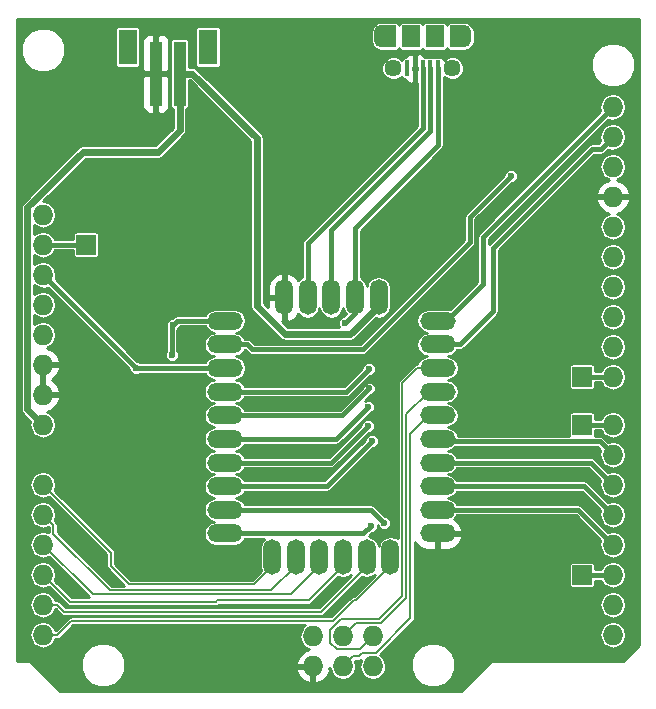
<source format=gbr>
G04 #@! TF.FileFunction,Copper,L1,Top,Signal*
%FSLAX46Y46*%
G04 Gerber Fmt 4.6, Leading zero omitted, Abs format (unit mm)*
G04 Created by KiCad (PCBNEW 4.0.4-stable) date 07/06/18 23:02:20*
%MOMM*%
%LPD*%
G01*
G04 APERTURE LIST*
%ADD10C,0.100000*%
%ADD11R,1.000000X5.500000*%
%ADD12R,1.600000X3.000000*%
%ADD13O,3.000000X1.500000*%
%ADD14O,1.500000X3.000000*%
%ADD15R,1.500000X1.900000*%
%ADD16C,1.450000*%
%ADD17R,0.400000X1.350000*%
%ADD18O,1.200000X1.900000*%
%ADD19R,1.200000X1.900000*%
%ADD20O,1.727200X1.727200*%
%ADD21R,1.700000X1.700000*%
%ADD22C,0.600000*%
%ADD23C,0.400000*%
%ADD24C,0.200000*%
%ADD25C,0.600000*%
%ADD26C,0.254000*%
G04 APERTURE END LIST*
D10*
D11*
X117920000Y-103600000D03*
X119920000Y-103600000D03*
D12*
X115520000Y-101350000D03*
X122320000Y-101350000D03*
D13*
X123770000Y-134525000D03*
X123770000Y-132525000D03*
X123770000Y-130525000D03*
X123770000Y-128525000D03*
X123770000Y-140525000D03*
X123770000Y-136525000D03*
X123770000Y-142525000D03*
X123770000Y-138525000D03*
X123770000Y-126525000D03*
X123770000Y-124525000D03*
D14*
X127770000Y-144525000D03*
X129770000Y-144525000D03*
X131770000Y-144525000D03*
X133770000Y-144525000D03*
X135770000Y-144525000D03*
X137770000Y-144525000D03*
D13*
X141770000Y-130525000D03*
X141770000Y-128525000D03*
X141770000Y-132525000D03*
X141770000Y-134525000D03*
X141770000Y-126525000D03*
X141770000Y-124525000D03*
X141770000Y-140525000D03*
X141770000Y-142525000D03*
X141770000Y-136525000D03*
X141770000Y-138525000D03*
D14*
X130770000Y-122525000D03*
X134770000Y-122525000D03*
X128770000Y-122525000D03*
X132770000Y-122525000D03*
X136770000Y-122525000D03*
D15*
X139520000Y-100450000D03*
D16*
X143020000Y-103150000D03*
D17*
X141170000Y-103150000D03*
X141820000Y-103150000D03*
X139220000Y-103150000D03*
X139870000Y-103150000D03*
X140520000Y-103150000D03*
D16*
X138020000Y-103150000D03*
D15*
X141520000Y-100450000D03*
D18*
X144020000Y-100450000D03*
X137020000Y-100450000D03*
D19*
X137620000Y-100450000D03*
X143420000Y-100450000D03*
D20*
X131220000Y-151237000D03*
X131220000Y-153777000D03*
X133760000Y-153777000D03*
X133760000Y-151237000D03*
X136300000Y-153777000D03*
X108360000Y-138410000D03*
X108360000Y-133330000D03*
X108360000Y-130790000D03*
X108360000Y-128250000D03*
X108360000Y-125710000D03*
X108360000Y-123170000D03*
X108360000Y-120630000D03*
X108360000Y-118090000D03*
X156620000Y-151110000D03*
X156620000Y-148570000D03*
X156620000Y-146030000D03*
X156620000Y-143490000D03*
X156620000Y-140950000D03*
X156620000Y-138410000D03*
X156620000Y-135870000D03*
X156620000Y-133330000D03*
X156620000Y-114026000D03*
X156620000Y-129266000D03*
X156620000Y-126726000D03*
X156620000Y-124186000D03*
X156620000Y-106406000D03*
X156620000Y-108946000D03*
X156620000Y-111486000D03*
X156620000Y-116566000D03*
X156620000Y-119106000D03*
X156620000Y-121646000D03*
X108360000Y-115550000D03*
X108360000Y-140950000D03*
X108360000Y-143490000D03*
X108360000Y-146030000D03*
X108360000Y-148570000D03*
X108360000Y-151110000D03*
X136300000Y-151237000D03*
D21*
X154000000Y-146050000D03*
X154000000Y-133330000D03*
X154000000Y-129260000D03*
X112000000Y-118090000D03*
D22*
X139728000Y-101864000D03*
X139466109Y-104786805D03*
X128745000Y-119675000D03*
X117870000Y-107350000D03*
X135920000Y-131800000D03*
X135995000Y-130250000D03*
X135945000Y-128625000D03*
X116255000Y-128525000D03*
X137245000Y-141625000D03*
X135870000Y-133425000D03*
X136120000Y-141900000D03*
X136195000Y-134700000D03*
X147970000Y-112250000D03*
X119270000Y-127450000D03*
X119370000Y-124850000D03*
X133895000Y-124725000D03*
D23*
X139870000Y-103150000D02*
X139870000Y-102006000D01*
X139870000Y-102006000D02*
X139728000Y-101864000D01*
X139766108Y-104486806D02*
X139466109Y-104786805D01*
X139870000Y-104382914D02*
X139766108Y-104486806D01*
X139870000Y-103150000D02*
X139870000Y-104382914D01*
X128770000Y-122525000D02*
X128770000Y-119700000D01*
X128770000Y-119700000D02*
X128745000Y-119675000D01*
X117920000Y-103600000D02*
X117920000Y-107300000D01*
X117920000Y-107300000D02*
X117870000Y-107350000D01*
X123770000Y-134525000D02*
X133195000Y-134525000D01*
X133195000Y-134525000D02*
X135920000Y-131800000D01*
X123770000Y-132525000D02*
X133720000Y-132525000D01*
X133720000Y-132525000D02*
X135995000Y-130250000D01*
X123770000Y-130525000D02*
X134045000Y-130525000D01*
X134045000Y-130525000D02*
X135945000Y-128625000D01*
X108360000Y-120630000D02*
X116255000Y-128525000D01*
X116255000Y-128525000D02*
X123770000Y-128525000D01*
X123770000Y-140525000D02*
X136145000Y-140525000D01*
X136145000Y-140525000D02*
X137245000Y-141625000D01*
X123770000Y-136525000D02*
X132770000Y-136525000D01*
X132770000Y-136525000D02*
X135870000Y-133425000D01*
X123770000Y-142525000D02*
X135495000Y-142525000D01*
X135495000Y-142525000D02*
X136120000Y-141900000D01*
X123770000Y-138525000D02*
X132370000Y-138525000D01*
X132370000Y-138525000D02*
X136195000Y-134700000D01*
X144495000Y-117875000D02*
X144495000Y-115725000D01*
X144495000Y-115725000D02*
X147970000Y-112250000D01*
X135420000Y-126950000D02*
X144495000Y-117875000D01*
X126095000Y-126950000D02*
X135420000Y-126950000D01*
X123770000Y-126525000D02*
X125670000Y-126525000D01*
X125670000Y-126525000D02*
X126095000Y-126950000D01*
X119270000Y-127450000D02*
X119270000Y-124950000D01*
X119270000Y-124950000D02*
X119370000Y-124850000D01*
X119370000Y-124850000D02*
X119695000Y-124525000D01*
X119695000Y-124525000D02*
X123770000Y-124525000D01*
D24*
X108360000Y-138410000D02*
X114095000Y-144145000D01*
X114095000Y-144145000D02*
X114095000Y-145275000D01*
X114095000Y-145275000D02*
X115645000Y-146825000D01*
X115645000Y-146825000D02*
X126220000Y-146825000D01*
X127770000Y-145275000D02*
X127770000Y-144525000D01*
X126220000Y-146825000D02*
X127770000Y-145275000D01*
X114020000Y-147350000D02*
X127695000Y-147350000D01*
X127695000Y-147350000D02*
X129770000Y-145275000D01*
X129770000Y-145275000D02*
X129770000Y-144525000D01*
X109223599Y-142553599D02*
X114020000Y-147350000D01*
X108360000Y-140950000D02*
X109223599Y-141813599D01*
X109223599Y-141813599D02*
X109223599Y-142553599D01*
X131770000Y-145275000D02*
X131770000Y-144525000D01*
X129344989Y-147700011D02*
X131770000Y-145275000D01*
X112570011Y-147700011D02*
X129344989Y-147700011D01*
X108360000Y-143490000D02*
X112570011Y-147700011D01*
X108360000Y-146030000D02*
X110655021Y-148325021D01*
X133770000Y-145275000D02*
X133770000Y-144525000D01*
X110655021Y-148325021D02*
X122984959Y-148325021D01*
X122984959Y-148325021D02*
X123134980Y-148175000D01*
X123134980Y-148175000D02*
X130870000Y-148175000D01*
X130870000Y-148175000D02*
X133770000Y-145275000D01*
X110161314Y-149150000D02*
X131895000Y-149150000D01*
X131895000Y-149150000D02*
X135770000Y-145275000D01*
X135770000Y-145275000D02*
X135770000Y-144525000D01*
X108360000Y-148570000D02*
X109581314Y-148570000D01*
X109581314Y-148570000D02*
X110161314Y-149150000D01*
X134678880Y-148175000D02*
X134870000Y-148175000D01*
X134870000Y-148175000D02*
X137770000Y-145275000D01*
X137770000Y-145275000D02*
X137770000Y-144525000D01*
X110766314Y-149925000D02*
X132928880Y-149925000D01*
X132928880Y-149925000D02*
X134678880Y-148175000D01*
X108360000Y-151110000D02*
X109581314Y-151110000D01*
X109581314Y-151110000D02*
X110766314Y-149925000D01*
X141020000Y-130525000D02*
X139120021Y-132424979D01*
X134873601Y-150123399D02*
X134623599Y-150373401D01*
X139120020Y-147969970D02*
X136966591Y-150123399D01*
X139120021Y-132424979D02*
X139120020Y-147969970D01*
X134623599Y-150373401D02*
X133760000Y-151237000D01*
X136966591Y-150123399D02*
X134873601Y-150123399D01*
X141770000Y-130525000D02*
X141020000Y-130525000D01*
X132646399Y-150702471D02*
X132646399Y-151771529D01*
X136821612Y-149773388D02*
X133575482Y-149773388D01*
X133575482Y-149773388D02*
X132646399Y-150702471D01*
X138770010Y-147824990D02*
X136821612Y-149773388D01*
X132646399Y-151771529D02*
X133225471Y-152350601D01*
X133225471Y-152350601D02*
X135186399Y-152350601D01*
X135186399Y-152350601D02*
X135436401Y-152100599D01*
X135436401Y-152100599D02*
X136300000Y-151237000D01*
X140070000Y-128525000D02*
X138770010Y-129824990D01*
X141770000Y-128525000D02*
X140070000Y-128525000D01*
X138770010Y-129824990D02*
X138770010Y-147824990D01*
X134623599Y-152913401D02*
X133760000Y-153777000D01*
X136521731Y-152663399D02*
X135368591Y-152663399D01*
X139470031Y-134074969D02*
X139470031Y-149715099D01*
X141020000Y-132525000D02*
X139470031Y-134074969D01*
X139470031Y-149715099D02*
X136521731Y-152663399D01*
X141770000Y-132525000D02*
X141020000Y-132525000D01*
X135118589Y-152913401D02*
X134623599Y-152913401D01*
X135368591Y-152663399D02*
X135118589Y-152913401D01*
D23*
X141770000Y-134525000D02*
X141990017Y-134745017D01*
X141990017Y-134745017D02*
X155495017Y-134745017D01*
X155495017Y-134745017D02*
X156620000Y-135870000D01*
X154845000Y-109975000D02*
X155591000Y-109975000D01*
X155591000Y-109975000D02*
X156620000Y-108946000D01*
X146470000Y-118350000D02*
X154845000Y-109975000D01*
X146470000Y-123725000D02*
X146470000Y-118350000D01*
X141770000Y-126525000D02*
X143670000Y-126525000D01*
X143670000Y-126525000D02*
X146470000Y-123725000D01*
X145620000Y-121425000D02*
X145620000Y-117406000D01*
X145620000Y-117406000D02*
X156620000Y-106406000D01*
X141770000Y-124525000D02*
X142520000Y-124525000D01*
X142520000Y-124525000D02*
X145620000Y-121425000D01*
X141770000Y-140525000D02*
X153655000Y-140525000D01*
X153655000Y-140525000D02*
X156620000Y-143490000D01*
X141770000Y-136525000D02*
X154735000Y-136525000D01*
X154735000Y-136525000D02*
X156620000Y-138410000D01*
X141770000Y-138525000D02*
X154195000Y-138525000D01*
X154195000Y-138525000D02*
X156620000Y-140950000D01*
X141820000Y-103150000D02*
X141820000Y-109660991D01*
X141820000Y-109660991D02*
X134770000Y-116710991D01*
X134770000Y-116710991D02*
X134770000Y-122525000D01*
X133895000Y-124725000D02*
X134770000Y-123850000D01*
X134770000Y-123850000D02*
X134770000Y-122525000D01*
D25*
X118095000Y-110225000D02*
X119920000Y-108400000D01*
X119920000Y-108400000D02*
X119920000Y-103600000D01*
X111740870Y-110225000D02*
X118095000Y-110225000D01*
X108360000Y-133330000D02*
X107046399Y-132016399D01*
X107046399Y-132016399D02*
X107046399Y-114919471D01*
X107046399Y-114919471D02*
X111740870Y-110225000D01*
X128870000Y-125650000D02*
X134395000Y-125650000D01*
X134395000Y-125650000D02*
X136770000Y-123275000D01*
X136770000Y-123275000D02*
X136770000Y-122525000D01*
X126495000Y-123275000D02*
X128870000Y-125650000D01*
X126495000Y-109075000D02*
X126495000Y-123275000D01*
X119920000Y-103600000D02*
X121020000Y-103600000D01*
X121020000Y-103600000D02*
X126495000Y-109075000D01*
D23*
X141170000Y-103150000D02*
X141170000Y-108461950D01*
X141170000Y-108461950D02*
X132770000Y-116861950D01*
X132770000Y-116861950D02*
X132770000Y-120625000D01*
X132770000Y-120625000D02*
X132770000Y-122525000D01*
X140520000Y-103150000D02*
X140520000Y-108202328D01*
X140520000Y-108202328D02*
X130770000Y-117952328D01*
X130770000Y-120625000D02*
X130770000Y-122525000D01*
X130770000Y-117952328D02*
X130770000Y-120625000D01*
D24*
X130770000Y-120825000D02*
X130770000Y-122525000D01*
D23*
X154000000Y-146050000D02*
X156600000Y-146050000D01*
X156600000Y-146050000D02*
X156620000Y-146030000D01*
X154000000Y-133330000D02*
X156620000Y-133330000D01*
X154000000Y-129260000D02*
X156614000Y-129260000D01*
X156614000Y-129260000D02*
X156620000Y-129266000D01*
X108360000Y-118090000D02*
X112000000Y-118090000D01*
D26*
G36*
X158808000Y-151980197D02*
X157490196Y-153298000D01*
X146460000Y-153298000D01*
X146325295Y-153324794D01*
X146211098Y-153401098D01*
X146211096Y-153401101D01*
X143774196Y-155838000D01*
X109775803Y-155838000D01*
X107959524Y-154021720D01*
X111562675Y-154021720D01*
X111847829Y-154711846D01*
X112375376Y-155240316D01*
X113065004Y-155526674D01*
X113811720Y-155527325D01*
X114501846Y-155242171D01*
X115030316Y-154714624D01*
X115270569Y-154136027D01*
X129765032Y-154136027D01*
X130013179Y-154665490D01*
X130445053Y-155059688D01*
X130860974Y-155231958D01*
X131093000Y-155110817D01*
X131093000Y-153904000D01*
X129885531Y-153904000D01*
X129765032Y-154136027D01*
X115270569Y-154136027D01*
X115316674Y-154024996D01*
X115317325Y-153278280D01*
X115032171Y-152588154D01*
X114504624Y-152059684D01*
X113814996Y-151773326D01*
X113068280Y-151772675D01*
X112378154Y-152057829D01*
X111849684Y-152585376D01*
X111563326Y-153275004D01*
X111562675Y-154021720D01*
X107959524Y-154021720D01*
X107338902Y-153401098D01*
X107224705Y-153324794D01*
X107090000Y-153297999D01*
X107089995Y-153298000D01*
X106172000Y-153298000D01*
X106172000Y-114919471D01*
X106469398Y-114919471D01*
X106469399Y-114919476D01*
X106469399Y-132016394D01*
X106469398Y-132016399D01*
X106513321Y-132237207D01*
X106638398Y-132424400D01*
X107269547Y-133055548D01*
X107219400Y-133307654D01*
X107219400Y-133352346D01*
X107306223Y-133788835D01*
X107553474Y-134158872D01*
X107923511Y-134406123D01*
X108360000Y-134492946D01*
X108796489Y-134406123D01*
X109166526Y-134158872D01*
X109413777Y-133788835D01*
X109500600Y-133352346D01*
X109500600Y-133307654D01*
X109413777Y-132871165D01*
X109166526Y-132501128D01*
X108796489Y-132253877D01*
X108729610Y-132240574D01*
X109134947Y-132072688D01*
X109566821Y-131678490D01*
X109814968Y-131149027D01*
X109694469Y-130917000D01*
X108487000Y-130917000D01*
X108487000Y-130937000D01*
X108233000Y-130937000D01*
X108233000Y-130917000D01*
X108213000Y-130917000D01*
X108213000Y-130663000D01*
X108233000Y-130663000D01*
X108233000Y-128377000D01*
X108487000Y-128377000D01*
X108487000Y-130663000D01*
X109694469Y-130663000D01*
X109814968Y-130430973D01*
X109566821Y-129901510D01*
X109148848Y-129520000D01*
X109566821Y-129138490D01*
X109814968Y-128609027D01*
X109694469Y-128377000D01*
X108487000Y-128377000D01*
X108233000Y-128377000D01*
X108213000Y-128377000D01*
X108213000Y-128123000D01*
X108233000Y-128123000D01*
X108233000Y-128103000D01*
X108487000Y-128103000D01*
X108487000Y-128123000D01*
X109694469Y-128123000D01*
X109814968Y-127890973D01*
X109566821Y-127361510D01*
X109134947Y-126967312D01*
X108729610Y-126799426D01*
X108796489Y-126786123D01*
X109166526Y-126538872D01*
X109413777Y-126168835D01*
X109500600Y-125732346D01*
X109500600Y-125687654D01*
X109413777Y-125251165D01*
X109166526Y-124881128D01*
X108796489Y-124633877D01*
X108360000Y-124547054D01*
X107923511Y-124633877D01*
X107623399Y-124834406D01*
X107623399Y-124045594D01*
X107923511Y-124246123D01*
X108360000Y-124332946D01*
X108796489Y-124246123D01*
X109166526Y-123998872D01*
X109413777Y-123628835D01*
X109500600Y-123192346D01*
X109500600Y-123147654D01*
X109413777Y-122711165D01*
X109166526Y-122341128D01*
X108796489Y-122093877D01*
X108360000Y-122007054D01*
X107923511Y-122093877D01*
X107623399Y-122294406D01*
X107623399Y-121505594D01*
X107923511Y-121706123D01*
X108360000Y-121792946D01*
X108767341Y-121711921D01*
X115677915Y-128622495D01*
X115677900Y-128639269D01*
X115765558Y-128851417D01*
X115927729Y-129013871D01*
X116139724Y-129101900D01*
X116369269Y-129102100D01*
X116581417Y-129014442D01*
X116593881Y-129002000D01*
X122092479Y-129002000D01*
X122258988Y-129251199D01*
X122592171Y-129473824D01*
X122849449Y-129525000D01*
X122592171Y-129576176D01*
X122258988Y-129798801D01*
X122036363Y-130131984D01*
X121958187Y-130525000D01*
X122036363Y-130918016D01*
X122258988Y-131251199D01*
X122592171Y-131473824D01*
X122849449Y-131525000D01*
X122592171Y-131576176D01*
X122258988Y-131798801D01*
X122036363Y-132131984D01*
X121958187Y-132525000D01*
X122036363Y-132918016D01*
X122258988Y-133251199D01*
X122592171Y-133473824D01*
X122849449Y-133525000D01*
X122592171Y-133576176D01*
X122258988Y-133798801D01*
X122036363Y-134131984D01*
X121958187Y-134525000D01*
X122036363Y-134918016D01*
X122258988Y-135251199D01*
X122592171Y-135473824D01*
X122849449Y-135525000D01*
X122592171Y-135576176D01*
X122258988Y-135798801D01*
X122036363Y-136131984D01*
X121958187Y-136525000D01*
X122036363Y-136918016D01*
X122258988Y-137251199D01*
X122592171Y-137473824D01*
X122849449Y-137525000D01*
X122592171Y-137576176D01*
X122258988Y-137798801D01*
X122036363Y-138131984D01*
X121958187Y-138525000D01*
X122036363Y-138918016D01*
X122258988Y-139251199D01*
X122592171Y-139473824D01*
X122849449Y-139525000D01*
X122592171Y-139576176D01*
X122258988Y-139798801D01*
X122036363Y-140131984D01*
X121958187Y-140525000D01*
X122036363Y-140918016D01*
X122258988Y-141251199D01*
X122592171Y-141473824D01*
X122849449Y-141525000D01*
X122592171Y-141576176D01*
X122258988Y-141798801D01*
X122036363Y-142131984D01*
X121958187Y-142525000D01*
X122036363Y-142918016D01*
X122258988Y-143251199D01*
X122592171Y-143473824D01*
X122985187Y-143552000D01*
X124554813Y-143552000D01*
X124947829Y-143473824D01*
X125281012Y-143251199D01*
X125447521Y-143002000D01*
X127061742Y-143002000D01*
X127043801Y-143013988D01*
X126821176Y-143347171D01*
X126743000Y-143740187D01*
X126743000Y-145309813D01*
X126819158Y-145692684D01*
X126063842Y-146448000D01*
X115801158Y-146448000D01*
X114472000Y-145118842D01*
X114472000Y-144145000D01*
X114443303Y-144000728D01*
X114361579Y-143878421D01*
X109389030Y-138905872D01*
X109413777Y-138868835D01*
X109500600Y-138432346D01*
X109500600Y-138387654D01*
X109413777Y-137951165D01*
X109166526Y-137581128D01*
X108796489Y-137333877D01*
X108360000Y-137247054D01*
X107923511Y-137333877D01*
X107553474Y-137581128D01*
X107306223Y-137951165D01*
X107219400Y-138387654D01*
X107219400Y-138432346D01*
X107306223Y-138868835D01*
X107553474Y-139238872D01*
X107923511Y-139486123D01*
X108360000Y-139572946D01*
X108796489Y-139486123D01*
X108860317Y-139443475D01*
X113718000Y-144301158D01*
X113718000Y-145275000D01*
X113746697Y-145419272D01*
X113828421Y-145541579D01*
X115259842Y-146973000D01*
X114176159Y-146973000D01*
X109600599Y-142397441D01*
X109600599Y-141813599D01*
X109571902Y-141669327D01*
X109490178Y-141547019D01*
X109389030Y-141445871D01*
X109413777Y-141408835D01*
X109500600Y-140972346D01*
X109500600Y-140927654D01*
X109413777Y-140491165D01*
X109166526Y-140121128D01*
X108796489Y-139873877D01*
X108360000Y-139787054D01*
X107923511Y-139873877D01*
X107553474Y-140121128D01*
X107306223Y-140491165D01*
X107219400Y-140927654D01*
X107219400Y-140972346D01*
X107306223Y-141408835D01*
X107553474Y-141778872D01*
X107923511Y-142026123D01*
X108360000Y-142112946D01*
X108796489Y-142026123D01*
X108846599Y-141992641D01*
X108846599Y-142447359D01*
X108796489Y-142413877D01*
X108360000Y-142327054D01*
X107923511Y-142413877D01*
X107553474Y-142661128D01*
X107306223Y-143031165D01*
X107219400Y-143467654D01*
X107219400Y-143512346D01*
X107306223Y-143948835D01*
X107553474Y-144318872D01*
X107923511Y-144566123D01*
X108360000Y-144652946D01*
X108796489Y-144566123D01*
X108860317Y-144523475D01*
X112284862Y-147948021D01*
X110811179Y-147948021D01*
X109389030Y-146525872D01*
X109413777Y-146488835D01*
X109500600Y-146052346D01*
X109500600Y-146007654D01*
X109413777Y-145571165D01*
X109166526Y-145201128D01*
X108796489Y-144953877D01*
X108360000Y-144867054D01*
X107923511Y-144953877D01*
X107553474Y-145201128D01*
X107306223Y-145571165D01*
X107219400Y-146007654D01*
X107219400Y-146052346D01*
X107306223Y-146488835D01*
X107553474Y-146858872D01*
X107923511Y-147106123D01*
X108360000Y-147192946D01*
X108796489Y-147106123D01*
X108860317Y-147063475D01*
X110388442Y-148591600D01*
X110510749Y-148673324D01*
X110655021Y-148702021D01*
X122984959Y-148702021D01*
X123129231Y-148673324D01*
X123251538Y-148591600D01*
X123291138Y-148552000D01*
X130870000Y-148552000D01*
X131014272Y-148523303D01*
X131136579Y-148441579D01*
X133342537Y-146235621D01*
X133376984Y-146258637D01*
X133770000Y-146336813D01*
X134163016Y-146258637D01*
X134434812Y-146077029D01*
X131738842Y-148773000D01*
X110317472Y-148773000D01*
X109847893Y-148303421D01*
X109725586Y-148221697D01*
X109581314Y-148193000D01*
X109430055Y-148193000D01*
X109413777Y-148111165D01*
X109166526Y-147741128D01*
X108796489Y-147493877D01*
X108360000Y-147407054D01*
X107923511Y-147493877D01*
X107553474Y-147741128D01*
X107306223Y-148111165D01*
X107219400Y-148547654D01*
X107219400Y-148592346D01*
X107306223Y-149028835D01*
X107553474Y-149398872D01*
X107923511Y-149646123D01*
X108360000Y-149732946D01*
X108796489Y-149646123D01*
X109166526Y-149398872D01*
X109413777Y-149028835D01*
X109429242Y-148951086D01*
X109894735Y-149416579D01*
X110017042Y-149498303D01*
X110161314Y-149527000D01*
X131895000Y-149527000D01*
X132039272Y-149498303D01*
X132161579Y-149416579D01*
X135342538Y-146235621D01*
X135376984Y-146258637D01*
X135770000Y-146336813D01*
X136163016Y-146258637D01*
X136434813Y-146077029D01*
X134713842Y-147798000D01*
X134678880Y-147798000D01*
X134534608Y-147826697D01*
X134412301Y-147908421D01*
X132772722Y-149548000D01*
X110766314Y-149548000D01*
X110622042Y-149576697D01*
X110499735Y-149658421D01*
X109429242Y-150728914D01*
X109413777Y-150651165D01*
X109166526Y-150281128D01*
X108796489Y-150033877D01*
X108360000Y-149947054D01*
X107923511Y-150033877D01*
X107553474Y-150281128D01*
X107306223Y-150651165D01*
X107219400Y-151087654D01*
X107219400Y-151132346D01*
X107306223Y-151568835D01*
X107553474Y-151938872D01*
X107923511Y-152186123D01*
X108360000Y-152272946D01*
X108796489Y-152186123D01*
X109166526Y-151938872D01*
X109413777Y-151568835D01*
X109430055Y-151487000D01*
X109581314Y-151487000D01*
X109725586Y-151458303D01*
X109847893Y-151376579D01*
X110922472Y-150302000D01*
X130572306Y-150302000D01*
X130413474Y-150408128D01*
X130166223Y-150778165D01*
X130079400Y-151214654D01*
X130079400Y-151259346D01*
X130166223Y-151695835D01*
X130413474Y-152065872D01*
X130783511Y-152313123D01*
X130850390Y-152326426D01*
X130445053Y-152494312D01*
X130013179Y-152888510D01*
X129765032Y-153417973D01*
X129885531Y-153650000D01*
X131093000Y-153650000D01*
X131093000Y-153630000D01*
X131347000Y-153630000D01*
X131347000Y-153650000D01*
X131367000Y-153650000D01*
X131367000Y-153904000D01*
X131347000Y-153904000D01*
X131347000Y-155110817D01*
X131579026Y-155231958D01*
X131994947Y-155059688D01*
X132426821Y-154665490D01*
X132674968Y-154136027D01*
X132554470Y-153904002D01*
X132640217Y-153904002D01*
X132706223Y-154235835D01*
X132953474Y-154605872D01*
X133323511Y-154853123D01*
X133760000Y-154939946D01*
X134196489Y-154853123D01*
X134566526Y-154605872D01*
X134813777Y-154235835D01*
X134900600Y-153799346D01*
X134900600Y-153754654D01*
X134813777Y-153318165D01*
X134795226Y-153290401D01*
X135118589Y-153290401D01*
X135262861Y-153261704D01*
X135300958Y-153236248D01*
X135246223Y-153318165D01*
X135159400Y-153754654D01*
X135159400Y-153799346D01*
X135246223Y-154235835D01*
X135493474Y-154605872D01*
X135863511Y-154853123D01*
X136300000Y-154939946D01*
X136736489Y-154853123D01*
X137106526Y-154605872D01*
X137353777Y-154235835D01*
X137396367Y-154021720D01*
X139502675Y-154021720D01*
X139787829Y-154711846D01*
X140315376Y-155240316D01*
X141005004Y-155526674D01*
X141751720Y-155527325D01*
X142441846Y-155242171D01*
X142970316Y-154714624D01*
X143256674Y-154024996D01*
X143257325Y-153278280D01*
X142972171Y-152588154D01*
X142444624Y-152059684D01*
X141754996Y-151773326D01*
X141008280Y-151772675D01*
X140318154Y-152057829D01*
X139789684Y-152585376D01*
X139503326Y-153275004D01*
X139502675Y-154021720D01*
X137396367Y-154021720D01*
X137440600Y-153799346D01*
X137440600Y-153754654D01*
X137353777Y-153318165D01*
X137106526Y-152948128D01*
X136904889Y-152813399D01*
X138630634Y-151087654D01*
X155479400Y-151087654D01*
X155479400Y-151132346D01*
X155566223Y-151568835D01*
X155813474Y-151938872D01*
X156183511Y-152186123D01*
X156620000Y-152272946D01*
X157056489Y-152186123D01*
X157426526Y-151938872D01*
X157673777Y-151568835D01*
X157760600Y-151132346D01*
X157760600Y-151087654D01*
X157673777Y-150651165D01*
X157426526Y-150281128D01*
X157056489Y-150033877D01*
X156620000Y-149947054D01*
X156183511Y-150033877D01*
X155813474Y-150281128D01*
X155566223Y-150651165D01*
X155479400Y-151087654D01*
X138630634Y-151087654D01*
X139736610Y-149981678D01*
X139818334Y-149859371D01*
X139847031Y-149715099D01*
X139847031Y-148547654D01*
X155479400Y-148547654D01*
X155479400Y-148592346D01*
X155566223Y-149028835D01*
X155813474Y-149398872D01*
X156183511Y-149646123D01*
X156620000Y-149732946D01*
X157056489Y-149646123D01*
X157426526Y-149398872D01*
X157673777Y-149028835D01*
X157760600Y-148592346D01*
X157760600Y-148547654D01*
X157673777Y-148111165D01*
X157426526Y-147741128D01*
X157056489Y-147493877D01*
X156620000Y-147407054D01*
X156183511Y-147493877D01*
X155813474Y-147741128D01*
X155566223Y-148111165D01*
X155479400Y-148547654D01*
X139847031Y-148547654D01*
X139847031Y-145200000D01*
X152867574Y-145200000D01*
X152867574Y-146900000D01*
X152886889Y-147002650D01*
X152947555Y-147096927D01*
X153040120Y-147160175D01*
X153150000Y-147182426D01*
X154850000Y-147182426D01*
X154952650Y-147163111D01*
X155046927Y-147102445D01*
X155110175Y-147009880D01*
X155132426Y-146900000D01*
X155132426Y-146527000D01*
X155591724Y-146527000D01*
X155813474Y-146858872D01*
X156183511Y-147106123D01*
X156620000Y-147192946D01*
X157056489Y-147106123D01*
X157426526Y-146858872D01*
X157673777Y-146488835D01*
X157760600Y-146052346D01*
X157760600Y-146007654D01*
X157673777Y-145571165D01*
X157426526Y-145201128D01*
X157056489Y-144953877D01*
X156620000Y-144867054D01*
X156183511Y-144953877D01*
X155813474Y-145201128D01*
X155566223Y-145571165D01*
X155565858Y-145573000D01*
X155132426Y-145573000D01*
X155132426Y-145200000D01*
X155113111Y-145097350D01*
X155052445Y-145003073D01*
X154959880Y-144939825D01*
X154850000Y-144917574D01*
X153150000Y-144917574D01*
X153047350Y-144936889D01*
X152953073Y-144997555D01*
X152889825Y-145090120D01*
X152867574Y-145200000D01*
X139847031Y-145200000D01*
X139847031Y-143223406D01*
X139950855Y-143414540D01*
X140372651Y-143755972D01*
X140893000Y-143910000D01*
X141643000Y-143910000D01*
X141643000Y-142652000D01*
X141897000Y-142652000D01*
X141897000Y-143910000D01*
X142647000Y-143910000D01*
X143167349Y-143755972D01*
X143589145Y-143414540D01*
X143848173Y-142937684D01*
X143862318Y-142866185D01*
X143739656Y-142652000D01*
X141897000Y-142652000D01*
X141643000Y-142652000D01*
X141623000Y-142652000D01*
X141623000Y-142398000D01*
X141643000Y-142398000D01*
X141643000Y-142378000D01*
X141897000Y-142378000D01*
X141897000Y-142398000D01*
X143739656Y-142398000D01*
X143862318Y-142183815D01*
X143848173Y-142112316D01*
X143589145Y-141635460D01*
X143189762Y-141312170D01*
X143281012Y-141251199D01*
X143447521Y-141002000D01*
X153457420Y-141002000D01*
X155553010Y-143097590D01*
X155479400Y-143467654D01*
X155479400Y-143512346D01*
X155566223Y-143948835D01*
X155813474Y-144318872D01*
X156183511Y-144566123D01*
X156620000Y-144652946D01*
X157056489Y-144566123D01*
X157426526Y-144318872D01*
X157673777Y-143948835D01*
X157760600Y-143512346D01*
X157760600Y-143467654D01*
X157673777Y-143031165D01*
X157426526Y-142661128D01*
X157056489Y-142413877D01*
X156620000Y-142327054D01*
X156212659Y-142408079D01*
X153992290Y-140187710D01*
X153837540Y-140084309D01*
X153655000Y-140048000D01*
X143447521Y-140048000D01*
X143281012Y-139798801D01*
X142947829Y-139576176D01*
X142690551Y-139525000D01*
X142947829Y-139473824D01*
X143281012Y-139251199D01*
X143447521Y-139002000D01*
X153997420Y-139002000D01*
X155553010Y-140557590D01*
X155479400Y-140927654D01*
X155479400Y-140972346D01*
X155566223Y-141408835D01*
X155813474Y-141778872D01*
X156183511Y-142026123D01*
X156620000Y-142112946D01*
X157056489Y-142026123D01*
X157426526Y-141778872D01*
X157673777Y-141408835D01*
X157760600Y-140972346D01*
X157760600Y-140927654D01*
X157673777Y-140491165D01*
X157426526Y-140121128D01*
X157056489Y-139873877D01*
X156620000Y-139787054D01*
X156212659Y-139868079D01*
X154532290Y-138187710D01*
X154377540Y-138084309D01*
X154195000Y-138048000D01*
X143447521Y-138048000D01*
X143281012Y-137798801D01*
X142947829Y-137576176D01*
X142690551Y-137525000D01*
X142947829Y-137473824D01*
X143281012Y-137251199D01*
X143447521Y-137002000D01*
X154537420Y-137002000D01*
X155553010Y-138017590D01*
X155479400Y-138387654D01*
X155479400Y-138432346D01*
X155566223Y-138868835D01*
X155813474Y-139238872D01*
X156183511Y-139486123D01*
X156620000Y-139572946D01*
X157056489Y-139486123D01*
X157426526Y-139238872D01*
X157673777Y-138868835D01*
X157760600Y-138432346D01*
X157760600Y-138387654D01*
X157673777Y-137951165D01*
X157426526Y-137581128D01*
X157056489Y-137333877D01*
X156620000Y-137247054D01*
X156212659Y-137328079D01*
X155072290Y-136187710D01*
X154917540Y-136084309D01*
X154735000Y-136048000D01*
X143447521Y-136048000D01*
X143281012Y-135798801D01*
X142947829Y-135576176D01*
X142690551Y-135525000D01*
X142947829Y-135473824D01*
X143281012Y-135251199D01*
X143300511Y-135222017D01*
X155297437Y-135222017D01*
X155553010Y-135477590D01*
X155479400Y-135847654D01*
X155479400Y-135892346D01*
X155566223Y-136328835D01*
X155813474Y-136698872D01*
X156183511Y-136946123D01*
X156620000Y-137032946D01*
X157056489Y-136946123D01*
X157426526Y-136698872D01*
X157673777Y-136328835D01*
X157760600Y-135892346D01*
X157760600Y-135847654D01*
X157673777Y-135411165D01*
X157426526Y-135041128D01*
X157056489Y-134793877D01*
X156620000Y-134707054D01*
X156212659Y-134788079D01*
X155832307Y-134407727D01*
X155677557Y-134304326D01*
X155495017Y-134268017D01*
X155114602Y-134268017D01*
X155132426Y-134180000D01*
X155132426Y-133807000D01*
X155578360Y-133807000D01*
X155813474Y-134158872D01*
X156183511Y-134406123D01*
X156620000Y-134492946D01*
X157056489Y-134406123D01*
X157426526Y-134158872D01*
X157673777Y-133788835D01*
X157760600Y-133352346D01*
X157760600Y-133307654D01*
X157673777Y-132871165D01*
X157426526Y-132501128D01*
X157056489Y-132253877D01*
X156620000Y-132167054D01*
X156183511Y-132253877D01*
X155813474Y-132501128D01*
X155578360Y-132853000D01*
X155132426Y-132853000D01*
X155132426Y-132480000D01*
X155113111Y-132377350D01*
X155052445Y-132283073D01*
X154959880Y-132219825D01*
X154850000Y-132197574D01*
X153150000Y-132197574D01*
X153047350Y-132216889D01*
X152953073Y-132277555D01*
X152889825Y-132370120D01*
X152867574Y-132480000D01*
X152867574Y-134180000D01*
X152884136Y-134268017D01*
X143530696Y-134268017D01*
X143503637Y-134131984D01*
X143281012Y-133798801D01*
X142947829Y-133576176D01*
X142690551Y-133525000D01*
X142947829Y-133473824D01*
X143281012Y-133251199D01*
X143503637Y-132918016D01*
X143581813Y-132525000D01*
X143503637Y-132131984D01*
X143281012Y-131798801D01*
X142947829Y-131576176D01*
X142690551Y-131525000D01*
X142947829Y-131473824D01*
X143281012Y-131251199D01*
X143503637Y-130918016D01*
X143581813Y-130525000D01*
X143503637Y-130131984D01*
X143281012Y-129798801D01*
X142947829Y-129576176D01*
X142690551Y-129525000D01*
X142947829Y-129473824D01*
X143281012Y-129251199D01*
X143503637Y-128918016D01*
X143581813Y-128525000D01*
X143558939Y-128410000D01*
X152867574Y-128410000D01*
X152867574Y-130110000D01*
X152886889Y-130212650D01*
X152947555Y-130306927D01*
X153040120Y-130370175D01*
X153150000Y-130392426D01*
X154850000Y-130392426D01*
X154952650Y-130373111D01*
X155046927Y-130312445D01*
X155110175Y-130219880D01*
X155132426Y-130110000D01*
X155132426Y-129737000D01*
X155574351Y-129737000D01*
X155813474Y-130094872D01*
X156183511Y-130342123D01*
X156620000Y-130428946D01*
X157056489Y-130342123D01*
X157426526Y-130094872D01*
X157673777Y-129724835D01*
X157760600Y-129288346D01*
X157760600Y-129243654D01*
X157673777Y-128807165D01*
X157426526Y-128437128D01*
X157056489Y-128189877D01*
X156620000Y-128103054D01*
X156183511Y-128189877D01*
X155813474Y-128437128D01*
X155582370Y-128783000D01*
X155132426Y-128783000D01*
X155132426Y-128410000D01*
X155113111Y-128307350D01*
X155052445Y-128213073D01*
X154959880Y-128149825D01*
X154850000Y-128127574D01*
X153150000Y-128127574D01*
X153047350Y-128146889D01*
X152953073Y-128207555D01*
X152889825Y-128300120D01*
X152867574Y-128410000D01*
X143558939Y-128410000D01*
X143503637Y-128131984D01*
X143281012Y-127798801D01*
X142947829Y-127576176D01*
X142690551Y-127525000D01*
X142947829Y-127473824D01*
X143281012Y-127251199D01*
X143447521Y-127002000D01*
X143670000Y-127002000D01*
X143852540Y-126965691D01*
X144007290Y-126862290D01*
X144165926Y-126703654D01*
X155479400Y-126703654D01*
X155479400Y-126748346D01*
X155566223Y-127184835D01*
X155813474Y-127554872D01*
X156183511Y-127802123D01*
X156620000Y-127888946D01*
X157056489Y-127802123D01*
X157426526Y-127554872D01*
X157673777Y-127184835D01*
X157760600Y-126748346D01*
X157760600Y-126703654D01*
X157673777Y-126267165D01*
X157426526Y-125897128D01*
X157056489Y-125649877D01*
X156620000Y-125563054D01*
X156183511Y-125649877D01*
X155813474Y-125897128D01*
X155566223Y-126267165D01*
X155479400Y-126703654D01*
X144165926Y-126703654D01*
X146705926Y-124163654D01*
X155479400Y-124163654D01*
X155479400Y-124208346D01*
X155566223Y-124644835D01*
X155813474Y-125014872D01*
X156183511Y-125262123D01*
X156620000Y-125348946D01*
X157056489Y-125262123D01*
X157426526Y-125014872D01*
X157673777Y-124644835D01*
X157760600Y-124208346D01*
X157760600Y-124163654D01*
X157673777Y-123727165D01*
X157426526Y-123357128D01*
X157056489Y-123109877D01*
X156620000Y-123023054D01*
X156183511Y-123109877D01*
X155813474Y-123357128D01*
X155566223Y-123727165D01*
X155479400Y-124163654D01*
X146705926Y-124163654D01*
X146807290Y-124062290D01*
X146910691Y-123907540D01*
X146947000Y-123725000D01*
X146947000Y-121623654D01*
X155479400Y-121623654D01*
X155479400Y-121668346D01*
X155566223Y-122104835D01*
X155813474Y-122474872D01*
X156183511Y-122722123D01*
X156620000Y-122808946D01*
X157056489Y-122722123D01*
X157426526Y-122474872D01*
X157673777Y-122104835D01*
X157760600Y-121668346D01*
X157760600Y-121623654D01*
X157673777Y-121187165D01*
X157426526Y-120817128D01*
X157056489Y-120569877D01*
X156620000Y-120483054D01*
X156183511Y-120569877D01*
X155813474Y-120817128D01*
X155566223Y-121187165D01*
X155479400Y-121623654D01*
X146947000Y-121623654D01*
X146947000Y-119083654D01*
X155479400Y-119083654D01*
X155479400Y-119128346D01*
X155566223Y-119564835D01*
X155813474Y-119934872D01*
X156183511Y-120182123D01*
X156620000Y-120268946D01*
X157056489Y-120182123D01*
X157426526Y-119934872D01*
X157673777Y-119564835D01*
X157760600Y-119128346D01*
X157760600Y-119083654D01*
X157673777Y-118647165D01*
X157426526Y-118277128D01*
X157056489Y-118029877D01*
X156620000Y-117943054D01*
X156183511Y-118029877D01*
X155813474Y-118277128D01*
X155566223Y-118647165D01*
X155479400Y-119083654D01*
X146947000Y-119083654D01*
X146947000Y-118547580D01*
X151109553Y-114385027D01*
X155165032Y-114385027D01*
X155413179Y-114914490D01*
X155845053Y-115308688D01*
X156250390Y-115476574D01*
X156183511Y-115489877D01*
X155813474Y-115737128D01*
X155566223Y-116107165D01*
X155479400Y-116543654D01*
X155479400Y-116588346D01*
X155566223Y-117024835D01*
X155813474Y-117394872D01*
X156183511Y-117642123D01*
X156620000Y-117728946D01*
X157056489Y-117642123D01*
X157426526Y-117394872D01*
X157673777Y-117024835D01*
X157760600Y-116588346D01*
X157760600Y-116543654D01*
X157673777Y-116107165D01*
X157426526Y-115737128D01*
X157056489Y-115489877D01*
X156989610Y-115476574D01*
X157394947Y-115308688D01*
X157826821Y-114914490D01*
X158074968Y-114385027D01*
X157954469Y-114153000D01*
X156747000Y-114153000D01*
X156747000Y-114173000D01*
X156493000Y-114173000D01*
X156493000Y-114153000D01*
X155285531Y-114153000D01*
X155165032Y-114385027D01*
X151109553Y-114385027D01*
X151827607Y-113666973D01*
X155165032Y-113666973D01*
X155285531Y-113899000D01*
X156493000Y-113899000D01*
X156493000Y-113879000D01*
X156747000Y-113879000D01*
X156747000Y-113899000D01*
X157954469Y-113899000D01*
X158074968Y-113666973D01*
X157826821Y-113137510D01*
X157394947Y-112743312D01*
X156989610Y-112575426D01*
X157056489Y-112562123D01*
X157426526Y-112314872D01*
X157673777Y-111944835D01*
X157760600Y-111508346D01*
X157760600Y-111463654D01*
X157673777Y-111027165D01*
X157426526Y-110657128D01*
X157056489Y-110409877D01*
X156620000Y-110323054D01*
X156183511Y-110409877D01*
X155813474Y-110657128D01*
X155566223Y-111027165D01*
X155479400Y-111463654D01*
X155479400Y-111508346D01*
X155566223Y-111944835D01*
X155813474Y-112314872D01*
X156183511Y-112562123D01*
X156250390Y-112575426D01*
X155845053Y-112743312D01*
X155413179Y-113137510D01*
X155165032Y-113666973D01*
X151827607Y-113666973D01*
X155042580Y-110452000D01*
X155591000Y-110452000D01*
X155773540Y-110415691D01*
X155928290Y-110312290D01*
X156212659Y-110027921D01*
X156620000Y-110108946D01*
X157056489Y-110022123D01*
X157426526Y-109774872D01*
X157673777Y-109404835D01*
X157760600Y-108968346D01*
X157760600Y-108923654D01*
X157673777Y-108487165D01*
X157426526Y-108117128D01*
X157056489Y-107869877D01*
X156620000Y-107783054D01*
X156183511Y-107869877D01*
X155813474Y-108117128D01*
X155566223Y-108487165D01*
X155479400Y-108923654D01*
X155479400Y-108968346D01*
X155553010Y-109338410D01*
X155393420Y-109498000D01*
X154845000Y-109498000D01*
X154662460Y-109534309D01*
X154507710Y-109637710D01*
X146132710Y-118012710D01*
X146097000Y-118066154D01*
X146097000Y-117603580D01*
X156212659Y-107487921D01*
X156620000Y-107568946D01*
X157056489Y-107482123D01*
X157426526Y-107234872D01*
X157673777Y-106864835D01*
X157760600Y-106428346D01*
X157760600Y-106383654D01*
X157673777Y-105947165D01*
X157426526Y-105577128D01*
X157056489Y-105329877D01*
X156620000Y-105243054D01*
X156183511Y-105329877D01*
X155813474Y-105577128D01*
X155566223Y-105947165D01*
X155479400Y-106383654D01*
X155479400Y-106428346D01*
X155553010Y-106798410D01*
X145282710Y-117068710D01*
X145179309Y-117223460D01*
X145143000Y-117406000D01*
X145143000Y-121227420D01*
X142819725Y-123550695D01*
X142554813Y-123498000D01*
X140985187Y-123498000D01*
X140592171Y-123576176D01*
X140258988Y-123798801D01*
X140036363Y-124131984D01*
X139958187Y-124525000D01*
X140036363Y-124918016D01*
X140258988Y-125251199D01*
X140592171Y-125473824D01*
X140849449Y-125525000D01*
X140592171Y-125576176D01*
X140258988Y-125798801D01*
X140036363Y-126131984D01*
X139958187Y-126525000D01*
X140036363Y-126918016D01*
X140258988Y-127251199D01*
X140592171Y-127473824D01*
X140849449Y-127525000D01*
X140592171Y-127576176D01*
X140258988Y-127798801D01*
X140036363Y-128131984D01*
X140031660Y-128155626D01*
X139925728Y-128176697D01*
X139803420Y-128258421D01*
X138503431Y-129558411D01*
X138421707Y-129680718D01*
X138393010Y-129824990D01*
X138393010Y-142945040D01*
X138163016Y-142791363D01*
X137770000Y-142713187D01*
X137376984Y-142791363D01*
X137043801Y-143013988D01*
X136821176Y-143347171D01*
X136770000Y-143604449D01*
X136718824Y-143347171D01*
X136496199Y-143013988D01*
X136163016Y-142791363D01*
X135946321Y-142748259D01*
X136217495Y-142477085D01*
X136234269Y-142477100D01*
X136446417Y-142389442D01*
X136608871Y-142227271D01*
X136696900Y-142015276D01*
X136697079Y-141809887D01*
X136755558Y-141951417D01*
X136917729Y-142113871D01*
X137129724Y-142201900D01*
X137359269Y-142202100D01*
X137571417Y-142114442D01*
X137733871Y-141952271D01*
X137821900Y-141740276D01*
X137822100Y-141510731D01*
X137734442Y-141298583D01*
X137572271Y-141136129D01*
X137360276Y-141048100D01*
X137342665Y-141048085D01*
X136482290Y-140187710D01*
X136327540Y-140084309D01*
X136145000Y-140048000D01*
X125447521Y-140048000D01*
X125281012Y-139798801D01*
X124947829Y-139576176D01*
X124690551Y-139525000D01*
X124947829Y-139473824D01*
X125281012Y-139251199D01*
X125447521Y-139002000D01*
X132370000Y-139002000D01*
X132552540Y-138965691D01*
X132707290Y-138862290D01*
X136292495Y-135277085D01*
X136309269Y-135277100D01*
X136521417Y-135189442D01*
X136683871Y-135027271D01*
X136771900Y-134815276D01*
X136772100Y-134585731D01*
X136684442Y-134373583D01*
X136522271Y-134211129D01*
X136310276Y-134123100D01*
X136080731Y-134122900D01*
X135868583Y-134210558D01*
X135706129Y-134372729D01*
X135618100Y-134584724D01*
X135618085Y-134602335D01*
X132172420Y-138048000D01*
X125447521Y-138048000D01*
X125281012Y-137798801D01*
X124947829Y-137576176D01*
X124690551Y-137525000D01*
X124947829Y-137473824D01*
X125281012Y-137251199D01*
X125447521Y-137002000D01*
X132770000Y-137002000D01*
X132952540Y-136965691D01*
X133107290Y-136862290D01*
X135967495Y-134002085D01*
X135984269Y-134002100D01*
X136196417Y-133914442D01*
X136358871Y-133752271D01*
X136446900Y-133540276D01*
X136447100Y-133310731D01*
X136359442Y-133098583D01*
X136197271Y-132936129D01*
X135985276Y-132848100D01*
X135755731Y-132847900D01*
X135543583Y-132935558D01*
X135381129Y-133097729D01*
X135293100Y-133309724D01*
X135293085Y-133327335D01*
X132572420Y-136048000D01*
X125447521Y-136048000D01*
X125281012Y-135798801D01*
X124947829Y-135576176D01*
X124690551Y-135525000D01*
X124947829Y-135473824D01*
X125281012Y-135251199D01*
X125447521Y-135002000D01*
X133195000Y-135002000D01*
X133377540Y-134965691D01*
X133532290Y-134862290D01*
X136017495Y-132377085D01*
X136034269Y-132377100D01*
X136246417Y-132289442D01*
X136408871Y-132127271D01*
X136496900Y-131915276D01*
X136497100Y-131685731D01*
X136409442Y-131473583D01*
X136247271Y-131311129D01*
X136035276Y-131223100D01*
X135805731Y-131222900D01*
X135619893Y-131299687D01*
X136092495Y-130827085D01*
X136109269Y-130827100D01*
X136321417Y-130739442D01*
X136483871Y-130577271D01*
X136571900Y-130365276D01*
X136572100Y-130135731D01*
X136484442Y-129923583D01*
X136322271Y-129761129D01*
X136110276Y-129673100D01*
X135880731Y-129672900D01*
X135668583Y-129760558D01*
X135506129Y-129922729D01*
X135418100Y-130134724D01*
X135418085Y-130152335D01*
X133522420Y-132048000D01*
X125447521Y-132048000D01*
X125281012Y-131798801D01*
X124947829Y-131576176D01*
X124690551Y-131525000D01*
X124947829Y-131473824D01*
X125281012Y-131251199D01*
X125447521Y-131002000D01*
X134045000Y-131002000D01*
X134227540Y-130965691D01*
X134382290Y-130862290D01*
X136042495Y-129202085D01*
X136059269Y-129202100D01*
X136271417Y-129114442D01*
X136433871Y-128952271D01*
X136521900Y-128740276D01*
X136522100Y-128510731D01*
X136434442Y-128298583D01*
X136272271Y-128136129D01*
X136060276Y-128048100D01*
X135830731Y-128047900D01*
X135618583Y-128135558D01*
X135456129Y-128297729D01*
X135368100Y-128509724D01*
X135368085Y-128527335D01*
X133847420Y-130048000D01*
X125447521Y-130048000D01*
X125281012Y-129798801D01*
X124947829Y-129576176D01*
X124690551Y-129525000D01*
X124947829Y-129473824D01*
X125281012Y-129251199D01*
X125503637Y-128918016D01*
X125581813Y-128525000D01*
X125503637Y-128131984D01*
X125281012Y-127798801D01*
X124947829Y-127576176D01*
X124690551Y-127525000D01*
X124947829Y-127473824D01*
X125281012Y-127251199D01*
X125447521Y-127002000D01*
X125472420Y-127002000D01*
X125757710Y-127287290D01*
X125912460Y-127390691D01*
X126095000Y-127427000D01*
X135420000Y-127427000D01*
X135602540Y-127390691D01*
X135757290Y-127287290D01*
X144832290Y-118212290D01*
X144935691Y-118057540D01*
X144972000Y-117875000D01*
X144972000Y-115922580D01*
X148067495Y-112827085D01*
X148084269Y-112827100D01*
X148296417Y-112739442D01*
X148458871Y-112577271D01*
X148546900Y-112365276D01*
X148547100Y-112135731D01*
X148459442Y-111923583D01*
X148297271Y-111761129D01*
X148085276Y-111673100D01*
X147855731Y-111672900D01*
X147643583Y-111760558D01*
X147481129Y-111922729D01*
X147393100Y-112134724D01*
X147393085Y-112152335D01*
X144157710Y-115387710D01*
X144054309Y-115542460D01*
X144018000Y-115725000D01*
X144018000Y-117677420D01*
X135222420Y-126473000D01*
X126292580Y-126473000D01*
X126007290Y-126187710D01*
X125852540Y-126084309D01*
X125670000Y-126048000D01*
X125447521Y-126048000D01*
X125281012Y-125798801D01*
X124947829Y-125576176D01*
X124690551Y-125525000D01*
X124947829Y-125473824D01*
X125281012Y-125251199D01*
X125503637Y-124918016D01*
X125581813Y-124525000D01*
X125503637Y-124131984D01*
X125281012Y-123798801D01*
X124947829Y-123576176D01*
X124554813Y-123498000D01*
X122985187Y-123498000D01*
X122592171Y-123576176D01*
X122258988Y-123798801D01*
X122092479Y-124048000D01*
X119695000Y-124048000D01*
X119512459Y-124084309D01*
X119357710Y-124187710D01*
X119272505Y-124272915D01*
X119255731Y-124272900D01*
X119043583Y-124360558D01*
X118881129Y-124522729D01*
X118793100Y-124734724D01*
X118792900Y-124964269D01*
X118793000Y-124964511D01*
X118793000Y-127110879D01*
X118781129Y-127122729D01*
X118693100Y-127334724D01*
X118692900Y-127564269D01*
X118780558Y-127776417D01*
X118942729Y-127938871D01*
X119154724Y-128026900D01*
X119384269Y-128027100D01*
X119596417Y-127939442D01*
X119758871Y-127777271D01*
X119846900Y-127565276D01*
X119847100Y-127335731D01*
X119759442Y-127123583D01*
X119747000Y-127111119D01*
X119747000Y-125288947D01*
X119858871Y-125177271D01*
X119931651Y-125002000D01*
X122092479Y-125002000D01*
X122258988Y-125251199D01*
X122592171Y-125473824D01*
X122849449Y-125525000D01*
X122592171Y-125576176D01*
X122258988Y-125798801D01*
X122036363Y-126131984D01*
X121958187Y-126525000D01*
X122036363Y-126918016D01*
X122258988Y-127251199D01*
X122592171Y-127473824D01*
X122849449Y-127525000D01*
X122592171Y-127576176D01*
X122258988Y-127798801D01*
X122092479Y-128048000D01*
X116594121Y-128048000D01*
X116582271Y-128036129D01*
X116370276Y-127948100D01*
X116352665Y-127948085D01*
X109426990Y-121022410D01*
X109500600Y-120652346D01*
X109500600Y-120607654D01*
X109413777Y-120171165D01*
X109166526Y-119801128D01*
X108796489Y-119553877D01*
X108360000Y-119467054D01*
X107923511Y-119553877D01*
X107623399Y-119754406D01*
X107623399Y-118965594D01*
X107923511Y-119166123D01*
X108360000Y-119252946D01*
X108796489Y-119166123D01*
X109166526Y-118918872D01*
X109401640Y-118567000D01*
X110867574Y-118567000D01*
X110867574Y-118940000D01*
X110886889Y-119042650D01*
X110947555Y-119136927D01*
X111040120Y-119200175D01*
X111150000Y-119222426D01*
X112850000Y-119222426D01*
X112952650Y-119203111D01*
X113046927Y-119142445D01*
X113110175Y-119049880D01*
X113132426Y-118940000D01*
X113132426Y-117240000D01*
X113113111Y-117137350D01*
X113052445Y-117043073D01*
X112959880Y-116979825D01*
X112850000Y-116957574D01*
X111150000Y-116957574D01*
X111047350Y-116976889D01*
X110953073Y-117037555D01*
X110889825Y-117130120D01*
X110867574Y-117240000D01*
X110867574Y-117613000D01*
X109401640Y-117613000D01*
X109166526Y-117261128D01*
X108796489Y-117013877D01*
X108360000Y-116927054D01*
X107923511Y-117013877D01*
X107623399Y-117214406D01*
X107623399Y-116425594D01*
X107923511Y-116626123D01*
X108360000Y-116712946D01*
X108796489Y-116626123D01*
X109166526Y-116378872D01*
X109413777Y-116008835D01*
X109500600Y-115572346D01*
X109500600Y-115527654D01*
X109413777Y-115091165D01*
X109166526Y-114721128D01*
X108796489Y-114473877D01*
X108389041Y-114392831D01*
X111979871Y-110802000D01*
X118094995Y-110802000D01*
X118095000Y-110802001D01*
X118315808Y-110758078D01*
X118503001Y-110633001D01*
X120327998Y-108808003D01*
X120328001Y-108808001D01*
X120453078Y-108620808D01*
X120497001Y-108400000D01*
X120497000Y-108399995D01*
X120497000Y-106617937D01*
X120522650Y-106613111D01*
X120616927Y-106552445D01*
X120680175Y-106459880D01*
X120702426Y-106350000D01*
X120702426Y-104177000D01*
X120780998Y-104177000D01*
X125918000Y-109314001D01*
X125918000Y-123274995D01*
X125917999Y-123275000D01*
X125961922Y-123495808D01*
X126086999Y-123683001D01*
X128461997Y-126057998D01*
X128461999Y-126058001D01*
X128572724Y-126131984D01*
X128649192Y-126183078D01*
X128870000Y-126227000D01*
X134394995Y-126227000D01*
X134395000Y-126227001D01*
X134615808Y-126183078D01*
X134803001Y-126058001D01*
X136564971Y-124296030D01*
X136770000Y-124336813D01*
X137163016Y-124258637D01*
X137496199Y-124036012D01*
X137718824Y-123702829D01*
X137797000Y-123309813D01*
X137797000Y-121740187D01*
X137718824Y-121347171D01*
X137496199Y-121013988D01*
X137163016Y-120791363D01*
X136770000Y-120713187D01*
X136376984Y-120791363D01*
X136043801Y-121013988D01*
X135821176Y-121347171D01*
X135770000Y-121604449D01*
X135718824Y-121347171D01*
X135496199Y-121013988D01*
X135247000Y-120847479D01*
X135247000Y-116908571D01*
X142157290Y-109998281D01*
X142260691Y-109843531D01*
X142297000Y-109660991D01*
X142297000Y-103851795D01*
X142298309Y-103845328D01*
X142451672Y-103998959D01*
X142819816Y-104151825D01*
X143218436Y-104152173D01*
X143586846Y-103999949D01*
X143868959Y-103718328D01*
X144021825Y-103350184D01*
X144021937Y-103221720D01*
X154742675Y-103221720D01*
X155027829Y-103911846D01*
X155555376Y-104440316D01*
X156245004Y-104726674D01*
X156991720Y-104727325D01*
X157681846Y-104442171D01*
X158210316Y-103914624D01*
X158496674Y-103224996D01*
X158497325Y-102478280D01*
X158212171Y-101788154D01*
X157684624Y-101259684D01*
X156994996Y-100973326D01*
X156248280Y-100972675D01*
X155558154Y-101257829D01*
X155029684Y-101785376D01*
X154743326Y-102475004D01*
X154742675Y-103221720D01*
X144021937Y-103221720D01*
X144022173Y-102951564D01*
X143869949Y-102583154D01*
X143588328Y-102301041D01*
X143220184Y-102148175D01*
X142821564Y-102147827D01*
X142453154Y-102300051D01*
X142298548Y-102454388D01*
X142283111Y-102372350D01*
X142222445Y-102278073D01*
X142129880Y-102214825D01*
X142020000Y-102192574D01*
X141620000Y-102192574D01*
X141517350Y-102211889D01*
X141495840Y-102225730D01*
X141479880Y-102214825D01*
X141370000Y-102192574D01*
X140970000Y-102192574D01*
X140867350Y-102211889D01*
X140845840Y-102225730D01*
X140829880Y-102214825D01*
X140720000Y-102192574D01*
X140640335Y-102192574D01*
X140608327Y-102115301D01*
X140429698Y-101936673D01*
X140196309Y-101840000D01*
X140128750Y-101840000D01*
X139970000Y-101998750D01*
X139970000Y-103023000D01*
X140017000Y-103023000D01*
X140017000Y-103277000D01*
X139970000Y-103277000D01*
X139970000Y-104301250D01*
X140043000Y-104374250D01*
X140043000Y-108004748D01*
X130432710Y-117615038D01*
X130329309Y-117769788D01*
X130293000Y-117952328D01*
X130293000Y-120847479D01*
X130043801Y-121013988D01*
X129982830Y-121105238D01*
X129659540Y-120705855D01*
X129182684Y-120446827D01*
X129111185Y-120432682D01*
X128897000Y-120555344D01*
X128897000Y-122398000D01*
X128917000Y-122398000D01*
X128917000Y-122652000D01*
X128897000Y-122652000D01*
X128897000Y-124494656D01*
X129111185Y-124617318D01*
X129182684Y-124603173D01*
X129659540Y-124344145D01*
X129982830Y-123944762D01*
X130043801Y-124036012D01*
X130376984Y-124258637D01*
X130770000Y-124336813D01*
X131163016Y-124258637D01*
X131496199Y-124036012D01*
X131718824Y-123702829D01*
X131770000Y-123445551D01*
X131821176Y-123702829D01*
X132043801Y-124036012D01*
X132376984Y-124258637D01*
X132770000Y-124336813D01*
X133163016Y-124258637D01*
X133496199Y-124036012D01*
X133718824Y-123702829D01*
X133770000Y-123445551D01*
X133821176Y-123702829D01*
X133989971Y-123955449D01*
X133797505Y-124147915D01*
X133780731Y-124147900D01*
X133568583Y-124235558D01*
X133406129Y-124397729D01*
X133318100Y-124609724D01*
X133317900Y-124839269D01*
X133405558Y-125051417D01*
X133427103Y-125073000D01*
X129109001Y-125073000D01*
X128571567Y-124535565D01*
X128643000Y-124494656D01*
X128643000Y-122652000D01*
X127385000Y-122652000D01*
X127385000Y-123348998D01*
X127072000Y-123035998D01*
X127072000Y-121648000D01*
X127385000Y-121648000D01*
X127385000Y-122398000D01*
X128643000Y-122398000D01*
X128643000Y-120555344D01*
X128428815Y-120432682D01*
X128357316Y-120446827D01*
X127880460Y-120705855D01*
X127539028Y-121127651D01*
X127385000Y-121648000D01*
X127072000Y-121648000D01*
X127072000Y-109075000D01*
X127028078Y-108854192D01*
X126903001Y-108666999D01*
X126902998Y-108666997D01*
X121584438Y-103348436D01*
X137017827Y-103348436D01*
X137170051Y-103716846D01*
X137451672Y-103998959D01*
X137819816Y-104151825D01*
X138218436Y-104152173D01*
X138586846Y-103999949D01*
X138741452Y-103845612D01*
X138756889Y-103927650D01*
X138817555Y-104021927D01*
X138910120Y-104085175D01*
X139020000Y-104107426D01*
X139099665Y-104107426D01*
X139131673Y-104184699D01*
X139310302Y-104363327D01*
X139543691Y-104460000D01*
X139611250Y-104460000D01*
X139770000Y-104301250D01*
X139770000Y-103277000D01*
X139723000Y-103277000D01*
X139723000Y-103023000D01*
X139770000Y-103023000D01*
X139770000Y-101998750D01*
X139611250Y-101840000D01*
X139543691Y-101840000D01*
X139310302Y-101936673D01*
X139131673Y-102115301D01*
X139099665Y-102192574D01*
X139020000Y-102192574D01*
X138917350Y-102211889D01*
X138823073Y-102272555D01*
X138759825Y-102365120D01*
X138741691Y-102454672D01*
X138588328Y-102301041D01*
X138220184Y-102148175D01*
X137821564Y-102147827D01*
X137453154Y-102300051D01*
X137171041Y-102581672D01*
X137018175Y-102949816D01*
X137017827Y-103348436D01*
X121584438Y-103348436D01*
X121428001Y-103191999D01*
X121240808Y-103066922D01*
X121020000Y-103022999D01*
X121019995Y-103023000D01*
X120702426Y-103023000D01*
X120702426Y-100850000D01*
X120683111Y-100747350D01*
X120622445Y-100653073D01*
X120529880Y-100589825D01*
X120420000Y-100567574D01*
X119420000Y-100567574D01*
X119317350Y-100586889D01*
X119223073Y-100647555D01*
X119159825Y-100740120D01*
X119137574Y-100850000D01*
X119137574Y-106350000D01*
X119156889Y-106452650D01*
X119217555Y-106546927D01*
X119310120Y-106610175D01*
X119343000Y-106616833D01*
X119343000Y-108160999D01*
X117855998Y-109648000D01*
X111740875Y-109648000D01*
X111740870Y-109647999D01*
X111520062Y-109691922D01*
X111332869Y-109816999D01*
X111332867Y-109817002D01*
X106638398Y-114511470D01*
X106513321Y-114698663D01*
X106469398Y-114919471D01*
X106172000Y-114919471D01*
X106172000Y-103885750D01*
X116785000Y-103885750D01*
X116785000Y-106476310D01*
X116881673Y-106709699D01*
X117060302Y-106888327D01*
X117293691Y-106985000D01*
X117634250Y-106985000D01*
X117793000Y-106826250D01*
X117793000Y-103727000D01*
X118047000Y-103727000D01*
X118047000Y-106826250D01*
X118205750Y-106985000D01*
X118546309Y-106985000D01*
X118779698Y-106888327D01*
X118958327Y-106709699D01*
X119055000Y-106476310D01*
X119055000Y-103885750D01*
X118896250Y-103727000D01*
X118047000Y-103727000D01*
X117793000Y-103727000D01*
X116943750Y-103727000D01*
X116785000Y-103885750D01*
X106172000Y-103885750D01*
X106172000Y-101951720D01*
X106482675Y-101951720D01*
X106767829Y-102641846D01*
X107295376Y-103170316D01*
X107985004Y-103456674D01*
X108731720Y-103457325D01*
X109421846Y-103172171D01*
X109950316Y-102644624D01*
X110236674Y-101954996D01*
X110237325Y-101208280D01*
X109952171Y-100518154D01*
X109424624Y-99989684D01*
X109088227Y-99850000D01*
X114437574Y-99850000D01*
X114437574Y-102850000D01*
X114456889Y-102952650D01*
X114517555Y-103046927D01*
X114610120Y-103110175D01*
X114720000Y-103132426D01*
X116320000Y-103132426D01*
X116422650Y-103113111D01*
X116516927Y-103052445D01*
X116580175Y-102959880D01*
X116602426Y-102850000D01*
X116602426Y-100723690D01*
X116785000Y-100723690D01*
X116785000Y-103314250D01*
X116943750Y-103473000D01*
X117793000Y-103473000D01*
X117793000Y-100373750D01*
X118047000Y-100373750D01*
X118047000Y-103473000D01*
X118896250Y-103473000D01*
X119055000Y-103314250D01*
X119055000Y-100723690D01*
X118958327Y-100490301D01*
X118779698Y-100311673D01*
X118546309Y-100215000D01*
X118205750Y-100215000D01*
X118047000Y-100373750D01*
X117793000Y-100373750D01*
X117634250Y-100215000D01*
X117293691Y-100215000D01*
X117060302Y-100311673D01*
X116881673Y-100490301D01*
X116785000Y-100723690D01*
X116602426Y-100723690D01*
X116602426Y-99850000D01*
X121237574Y-99850000D01*
X121237574Y-102850000D01*
X121256889Y-102952650D01*
X121317555Y-103046927D01*
X121410120Y-103110175D01*
X121520000Y-103132426D01*
X123120000Y-103132426D01*
X123222650Y-103113111D01*
X123316927Y-103052445D01*
X123380175Y-102959880D01*
X123402426Y-102850000D01*
X123402426Y-100075962D01*
X136143000Y-100075962D01*
X136143000Y-100824038D01*
X136209758Y-101159651D01*
X136399867Y-101444171D01*
X136684387Y-101634280D01*
X137020000Y-101701038D01*
X137113568Y-101682426D01*
X138220000Y-101682426D01*
X138322650Y-101663111D01*
X138416927Y-101602445D01*
X138480175Y-101509880D01*
X138494727Y-101438017D01*
X138506889Y-101502650D01*
X138567555Y-101596927D01*
X138660120Y-101660175D01*
X138770000Y-101682426D01*
X140270000Y-101682426D01*
X140372650Y-101663111D01*
X140466927Y-101602445D01*
X140520579Y-101523924D01*
X140567555Y-101596927D01*
X140660120Y-101660175D01*
X140770000Y-101682426D01*
X142270000Y-101682426D01*
X142372650Y-101663111D01*
X142466927Y-101602445D01*
X142530175Y-101509880D01*
X142544727Y-101438017D01*
X142556889Y-101502650D01*
X142617555Y-101596927D01*
X142710120Y-101660175D01*
X142820000Y-101682426D01*
X143926432Y-101682426D01*
X144020000Y-101701038D01*
X144355613Y-101634280D01*
X144640133Y-101444171D01*
X144830242Y-101159651D01*
X144897000Y-100824038D01*
X144897000Y-100075962D01*
X144830242Y-99740349D01*
X144640133Y-99455829D01*
X144355613Y-99265720D01*
X144020000Y-99198962D01*
X143926432Y-99217574D01*
X142820000Y-99217574D01*
X142717350Y-99236889D01*
X142623073Y-99297555D01*
X142559825Y-99390120D01*
X142545273Y-99461983D01*
X142533111Y-99397350D01*
X142472445Y-99303073D01*
X142379880Y-99239825D01*
X142270000Y-99217574D01*
X140770000Y-99217574D01*
X140667350Y-99236889D01*
X140573073Y-99297555D01*
X140519421Y-99376076D01*
X140472445Y-99303073D01*
X140379880Y-99239825D01*
X140270000Y-99217574D01*
X138770000Y-99217574D01*
X138667350Y-99236889D01*
X138573073Y-99297555D01*
X138509825Y-99390120D01*
X138495273Y-99461983D01*
X138483111Y-99397350D01*
X138422445Y-99303073D01*
X138329880Y-99239825D01*
X138220000Y-99217574D01*
X137113568Y-99217574D01*
X137020000Y-99198962D01*
X136684387Y-99265720D01*
X136399867Y-99455829D01*
X136209758Y-99740349D01*
X136143000Y-100075962D01*
X123402426Y-100075962D01*
X123402426Y-99850000D01*
X123383111Y-99747350D01*
X123322445Y-99653073D01*
X123229880Y-99589825D01*
X123120000Y-99567574D01*
X121520000Y-99567574D01*
X121417350Y-99586889D01*
X121323073Y-99647555D01*
X121259825Y-99740120D01*
X121237574Y-99850000D01*
X116602426Y-99850000D01*
X116583111Y-99747350D01*
X116522445Y-99653073D01*
X116429880Y-99589825D01*
X116320000Y-99567574D01*
X114720000Y-99567574D01*
X114617350Y-99586889D01*
X114523073Y-99647555D01*
X114459825Y-99740120D01*
X114437574Y-99850000D01*
X109088227Y-99850000D01*
X108734996Y-99703326D01*
X107988280Y-99702675D01*
X107298154Y-99987829D01*
X106769684Y-100515376D01*
X106483326Y-101205004D01*
X106482675Y-101951720D01*
X106172000Y-101951720D01*
X106172000Y-98934800D01*
X158808000Y-98934800D01*
X158808000Y-151980197D01*
X158808000Y-151980197D01*
G37*
X158808000Y-151980197D02*
X157490196Y-153298000D01*
X146460000Y-153298000D01*
X146325295Y-153324794D01*
X146211098Y-153401098D01*
X146211096Y-153401101D01*
X143774196Y-155838000D01*
X109775803Y-155838000D01*
X107959524Y-154021720D01*
X111562675Y-154021720D01*
X111847829Y-154711846D01*
X112375376Y-155240316D01*
X113065004Y-155526674D01*
X113811720Y-155527325D01*
X114501846Y-155242171D01*
X115030316Y-154714624D01*
X115270569Y-154136027D01*
X129765032Y-154136027D01*
X130013179Y-154665490D01*
X130445053Y-155059688D01*
X130860974Y-155231958D01*
X131093000Y-155110817D01*
X131093000Y-153904000D01*
X129885531Y-153904000D01*
X129765032Y-154136027D01*
X115270569Y-154136027D01*
X115316674Y-154024996D01*
X115317325Y-153278280D01*
X115032171Y-152588154D01*
X114504624Y-152059684D01*
X113814996Y-151773326D01*
X113068280Y-151772675D01*
X112378154Y-152057829D01*
X111849684Y-152585376D01*
X111563326Y-153275004D01*
X111562675Y-154021720D01*
X107959524Y-154021720D01*
X107338902Y-153401098D01*
X107224705Y-153324794D01*
X107090000Y-153297999D01*
X107089995Y-153298000D01*
X106172000Y-153298000D01*
X106172000Y-114919471D01*
X106469398Y-114919471D01*
X106469399Y-114919476D01*
X106469399Y-132016394D01*
X106469398Y-132016399D01*
X106513321Y-132237207D01*
X106638398Y-132424400D01*
X107269547Y-133055548D01*
X107219400Y-133307654D01*
X107219400Y-133352346D01*
X107306223Y-133788835D01*
X107553474Y-134158872D01*
X107923511Y-134406123D01*
X108360000Y-134492946D01*
X108796489Y-134406123D01*
X109166526Y-134158872D01*
X109413777Y-133788835D01*
X109500600Y-133352346D01*
X109500600Y-133307654D01*
X109413777Y-132871165D01*
X109166526Y-132501128D01*
X108796489Y-132253877D01*
X108729610Y-132240574D01*
X109134947Y-132072688D01*
X109566821Y-131678490D01*
X109814968Y-131149027D01*
X109694469Y-130917000D01*
X108487000Y-130917000D01*
X108487000Y-130937000D01*
X108233000Y-130937000D01*
X108233000Y-130917000D01*
X108213000Y-130917000D01*
X108213000Y-130663000D01*
X108233000Y-130663000D01*
X108233000Y-128377000D01*
X108487000Y-128377000D01*
X108487000Y-130663000D01*
X109694469Y-130663000D01*
X109814968Y-130430973D01*
X109566821Y-129901510D01*
X109148848Y-129520000D01*
X109566821Y-129138490D01*
X109814968Y-128609027D01*
X109694469Y-128377000D01*
X108487000Y-128377000D01*
X108233000Y-128377000D01*
X108213000Y-128377000D01*
X108213000Y-128123000D01*
X108233000Y-128123000D01*
X108233000Y-128103000D01*
X108487000Y-128103000D01*
X108487000Y-128123000D01*
X109694469Y-128123000D01*
X109814968Y-127890973D01*
X109566821Y-127361510D01*
X109134947Y-126967312D01*
X108729610Y-126799426D01*
X108796489Y-126786123D01*
X109166526Y-126538872D01*
X109413777Y-126168835D01*
X109500600Y-125732346D01*
X109500600Y-125687654D01*
X109413777Y-125251165D01*
X109166526Y-124881128D01*
X108796489Y-124633877D01*
X108360000Y-124547054D01*
X107923511Y-124633877D01*
X107623399Y-124834406D01*
X107623399Y-124045594D01*
X107923511Y-124246123D01*
X108360000Y-124332946D01*
X108796489Y-124246123D01*
X109166526Y-123998872D01*
X109413777Y-123628835D01*
X109500600Y-123192346D01*
X109500600Y-123147654D01*
X109413777Y-122711165D01*
X109166526Y-122341128D01*
X108796489Y-122093877D01*
X108360000Y-122007054D01*
X107923511Y-122093877D01*
X107623399Y-122294406D01*
X107623399Y-121505594D01*
X107923511Y-121706123D01*
X108360000Y-121792946D01*
X108767341Y-121711921D01*
X115677915Y-128622495D01*
X115677900Y-128639269D01*
X115765558Y-128851417D01*
X115927729Y-129013871D01*
X116139724Y-129101900D01*
X116369269Y-129102100D01*
X116581417Y-129014442D01*
X116593881Y-129002000D01*
X122092479Y-129002000D01*
X122258988Y-129251199D01*
X122592171Y-129473824D01*
X122849449Y-129525000D01*
X122592171Y-129576176D01*
X122258988Y-129798801D01*
X122036363Y-130131984D01*
X121958187Y-130525000D01*
X122036363Y-130918016D01*
X122258988Y-131251199D01*
X122592171Y-131473824D01*
X122849449Y-131525000D01*
X122592171Y-131576176D01*
X122258988Y-131798801D01*
X122036363Y-132131984D01*
X121958187Y-132525000D01*
X122036363Y-132918016D01*
X122258988Y-133251199D01*
X122592171Y-133473824D01*
X122849449Y-133525000D01*
X122592171Y-133576176D01*
X122258988Y-133798801D01*
X122036363Y-134131984D01*
X121958187Y-134525000D01*
X122036363Y-134918016D01*
X122258988Y-135251199D01*
X122592171Y-135473824D01*
X122849449Y-135525000D01*
X122592171Y-135576176D01*
X122258988Y-135798801D01*
X122036363Y-136131984D01*
X121958187Y-136525000D01*
X122036363Y-136918016D01*
X122258988Y-137251199D01*
X122592171Y-137473824D01*
X122849449Y-137525000D01*
X122592171Y-137576176D01*
X122258988Y-137798801D01*
X122036363Y-138131984D01*
X121958187Y-138525000D01*
X122036363Y-138918016D01*
X122258988Y-139251199D01*
X122592171Y-139473824D01*
X122849449Y-139525000D01*
X122592171Y-139576176D01*
X122258988Y-139798801D01*
X122036363Y-140131984D01*
X121958187Y-140525000D01*
X122036363Y-140918016D01*
X122258988Y-141251199D01*
X122592171Y-141473824D01*
X122849449Y-141525000D01*
X122592171Y-141576176D01*
X122258988Y-141798801D01*
X122036363Y-142131984D01*
X121958187Y-142525000D01*
X122036363Y-142918016D01*
X122258988Y-143251199D01*
X122592171Y-143473824D01*
X122985187Y-143552000D01*
X124554813Y-143552000D01*
X124947829Y-143473824D01*
X125281012Y-143251199D01*
X125447521Y-143002000D01*
X127061742Y-143002000D01*
X127043801Y-143013988D01*
X126821176Y-143347171D01*
X126743000Y-143740187D01*
X126743000Y-145309813D01*
X126819158Y-145692684D01*
X126063842Y-146448000D01*
X115801158Y-146448000D01*
X114472000Y-145118842D01*
X114472000Y-144145000D01*
X114443303Y-144000728D01*
X114361579Y-143878421D01*
X109389030Y-138905872D01*
X109413777Y-138868835D01*
X109500600Y-138432346D01*
X109500600Y-138387654D01*
X109413777Y-137951165D01*
X109166526Y-137581128D01*
X108796489Y-137333877D01*
X108360000Y-137247054D01*
X107923511Y-137333877D01*
X107553474Y-137581128D01*
X107306223Y-137951165D01*
X107219400Y-138387654D01*
X107219400Y-138432346D01*
X107306223Y-138868835D01*
X107553474Y-139238872D01*
X107923511Y-139486123D01*
X108360000Y-139572946D01*
X108796489Y-139486123D01*
X108860317Y-139443475D01*
X113718000Y-144301158D01*
X113718000Y-145275000D01*
X113746697Y-145419272D01*
X113828421Y-145541579D01*
X115259842Y-146973000D01*
X114176159Y-146973000D01*
X109600599Y-142397441D01*
X109600599Y-141813599D01*
X109571902Y-141669327D01*
X109490178Y-141547019D01*
X109389030Y-141445871D01*
X109413777Y-141408835D01*
X109500600Y-140972346D01*
X109500600Y-140927654D01*
X109413777Y-140491165D01*
X109166526Y-140121128D01*
X108796489Y-139873877D01*
X108360000Y-139787054D01*
X107923511Y-139873877D01*
X107553474Y-140121128D01*
X107306223Y-140491165D01*
X107219400Y-140927654D01*
X107219400Y-140972346D01*
X107306223Y-141408835D01*
X107553474Y-141778872D01*
X107923511Y-142026123D01*
X108360000Y-142112946D01*
X108796489Y-142026123D01*
X108846599Y-141992641D01*
X108846599Y-142447359D01*
X108796489Y-142413877D01*
X108360000Y-142327054D01*
X107923511Y-142413877D01*
X107553474Y-142661128D01*
X107306223Y-143031165D01*
X107219400Y-143467654D01*
X107219400Y-143512346D01*
X107306223Y-143948835D01*
X107553474Y-144318872D01*
X107923511Y-144566123D01*
X108360000Y-144652946D01*
X108796489Y-144566123D01*
X108860317Y-144523475D01*
X112284862Y-147948021D01*
X110811179Y-147948021D01*
X109389030Y-146525872D01*
X109413777Y-146488835D01*
X109500600Y-146052346D01*
X109500600Y-146007654D01*
X109413777Y-145571165D01*
X109166526Y-145201128D01*
X108796489Y-144953877D01*
X108360000Y-144867054D01*
X107923511Y-144953877D01*
X107553474Y-145201128D01*
X107306223Y-145571165D01*
X107219400Y-146007654D01*
X107219400Y-146052346D01*
X107306223Y-146488835D01*
X107553474Y-146858872D01*
X107923511Y-147106123D01*
X108360000Y-147192946D01*
X108796489Y-147106123D01*
X108860317Y-147063475D01*
X110388442Y-148591600D01*
X110510749Y-148673324D01*
X110655021Y-148702021D01*
X122984959Y-148702021D01*
X123129231Y-148673324D01*
X123251538Y-148591600D01*
X123291138Y-148552000D01*
X130870000Y-148552000D01*
X131014272Y-148523303D01*
X131136579Y-148441579D01*
X133342537Y-146235621D01*
X133376984Y-146258637D01*
X133770000Y-146336813D01*
X134163016Y-146258637D01*
X134434812Y-146077029D01*
X131738842Y-148773000D01*
X110317472Y-148773000D01*
X109847893Y-148303421D01*
X109725586Y-148221697D01*
X109581314Y-148193000D01*
X109430055Y-148193000D01*
X109413777Y-148111165D01*
X109166526Y-147741128D01*
X108796489Y-147493877D01*
X108360000Y-147407054D01*
X107923511Y-147493877D01*
X107553474Y-147741128D01*
X107306223Y-148111165D01*
X107219400Y-148547654D01*
X107219400Y-148592346D01*
X107306223Y-149028835D01*
X107553474Y-149398872D01*
X107923511Y-149646123D01*
X108360000Y-149732946D01*
X108796489Y-149646123D01*
X109166526Y-149398872D01*
X109413777Y-149028835D01*
X109429242Y-148951086D01*
X109894735Y-149416579D01*
X110017042Y-149498303D01*
X110161314Y-149527000D01*
X131895000Y-149527000D01*
X132039272Y-149498303D01*
X132161579Y-149416579D01*
X135342538Y-146235621D01*
X135376984Y-146258637D01*
X135770000Y-146336813D01*
X136163016Y-146258637D01*
X136434813Y-146077029D01*
X134713842Y-147798000D01*
X134678880Y-147798000D01*
X134534608Y-147826697D01*
X134412301Y-147908421D01*
X132772722Y-149548000D01*
X110766314Y-149548000D01*
X110622042Y-149576697D01*
X110499735Y-149658421D01*
X109429242Y-150728914D01*
X109413777Y-150651165D01*
X109166526Y-150281128D01*
X108796489Y-150033877D01*
X108360000Y-149947054D01*
X107923511Y-150033877D01*
X107553474Y-150281128D01*
X107306223Y-150651165D01*
X107219400Y-151087654D01*
X107219400Y-151132346D01*
X107306223Y-151568835D01*
X107553474Y-151938872D01*
X107923511Y-152186123D01*
X108360000Y-152272946D01*
X108796489Y-152186123D01*
X109166526Y-151938872D01*
X109413777Y-151568835D01*
X109430055Y-151487000D01*
X109581314Y-151487000D01*
X109725586Y-151458303D01*
X109847893Y-151376579D01*
X110922472Y-150302000D01*
X130572306Y-150302000D01*
X130413474Y-150408128D01*
X130166223Y-150778165D01*
X130079400Y-151214654D01*
X130079400Y-151259346D01*
X130166223Y-151695835D01*
X130413474Y-152065872D01*
X130783511Y-152313123D01*
X130850390Y-152326426D01*
X130445053Y-152494312D01*
X130013179Y-152888510D01*
X129765032Y-153417973D01*
X129885531Y-153650000D01*
X131093000Y-153650000D01*
X131093000Y-153630000D01*
X131347000Y-153630000D01*
X131347000Y-153650000D01*
X131367000Y-153650000D01*
X131367000Y-153904000D01*
X131347000Y-153904000D01*
X131347000Y-155110817D01*
X131579026Y-155231958D01*
X131994947Y-155059688D01*
X132426821Y-154665490D01*
X132674968Y-154136027D01*
X132554470Y-153904002D01*
X132640217Y-153904002D01*
X132706223Y-154235835D01*
X132953474Y-154605872D01*
X133323511Y-154853123D01*
X133760000Y-154939946D01*
X134196489Y-154853123D01*
X134566526Y-154605872D01*
X134813777Y-154235835D01*
X134900600Y-153799346D01*
X134900600Y-153754654D01*
X134813777Y-153318165D01*
X134795226Y-153290401D01*
X135118589Y-153290401D01*
X135262861Y-153261704D01*
X135300958Y-153236248D01*
X135246223Y-153318165D01*
X135159400Y-153754654D01*
X135159400Y-153799346D01*
X135246223Y-154235835D01*
X135493474Y-154605872D01*
X135863511Y-154853123D01*
X136300000Y-154939946D01*
X136736489Y-154853123D01*
X137106526Y-154605872D01*
X137353777Y-154235835D01*
X137396367Y-154021720D01*
X139502675Y-154021720D01*
X139787829Y-154711846D01*
X140315376Y-155240316D01*
X141005004Y-155526674D01*
X141751720Y-155527325D01*
X142441846Y-155242171D01*
X142970316Y-154714624D01*
X143256674Y-154024996D01*
X143257325Y-153278280D01*
X142972171Y-152588154D01*
X142444624Y-152059684D01*
X141754996Y-151773326D01*
X141008280Y-151772675D01*
X140318154Y-152057829D01*
X139789684Y-152585376D01*
X139503326Y-153275004D01*
X139502675Y-154021720D01*
X137396367Y-154021720D01*
X137440600Y-153799346D01*
X137440600Y-153754654D01*
X137353777Y-153318165D01*
X137106526Y-152948128D01*
X136904889Y-152813399D01*
X138630634Y-151087654D01*
X155479400Y-151087654D01*
X155479400Y-151132346D01*
X155566223Y-151568835D01*
X155813474Y-151938872D01*
X156183511Y-152186123D01*
X156620000Y-152272946D01*
X157056489Y-152186123D01*
X157426526Y-151938872D01*
X157673777Y-151568835D01*
X157760600Y-151132346D01*
X157760600Y-151087654D01*
X157673777Y-150651165D01*
X157426526Y-150281128D01*
X157056489Y-150033877D01*
X156620000Y-149947054D01*
X156183511Y-150033877D01*
X155813474Y-150281128D01*
X155566223Y-150651165D01*
X155479400Y-151087654D01*
X138630634Y-151087654D01*
X139736610Y-149981678D01*
X139818334Y-149859371D01*
X139847031Y-149715099D01*
X139847031Y-148547654D01*
X155479400Y-148547654D01*
X155479400Y-148592346D01*
X155566223Y-149028835D01*
X155813474Y-149398872D01*
X156183511Y-149646123D01*
X156620000Y-149732946D01*
X157056489Y-149646123D01*
X157426526Y-149398872D01*
X157673777Y-149028835D01*
X157760600Y-148592346D01*
X157760600Y-148547654D01*
X157673777Y-148111165D01*
X157426526Y-147741128D01*
X157056489Y-147493877D01*
X156620000Y-147407054D01*
X156183511Y-147493877D01*
X155813474Y-147741128D01*
X155566223Y-148111165D01*
X155479400Y-148547654D01*
X139847031Y-148547654D01*
X139847031Y-145200000D01*
X152867574Y-145200000D01*
X152867574Y-146900000D01*
X152886889Y-147002650D01*
X152947555Y-147096927D01*
X153040120Y-147160175D01*
X153150000Y-147182426D01*
X154850000Y-147182426D01*
X154952650Y-147163111D01*
X155046927Y-147102445D01*
X155110175Y-147009880D01*
X155132426Y-146900000D01*
X155132426Y-146527000D01*
X155591724Y-146527000D01*
X155813474Y-146858872D01*
X156183511Y-147106123D01*
X156620000Y-147192946D01*
X157056489Y-147106123D01*
X157426526Y-146858872D01*
X157673777Y-146488835D01*
X157760600Y-146052346D01*
X157760600Y-146007654D01*
X157673777Y-145571165D01*
X157426526Y-145201128D01*
X157056489Y-144953877D01*
X156620000Y-144867054D01*
X156183511Y-144953877D01*
X155813474Y-145201128D01*
X155566223Y-145571165D01*
X155565858Y-145573000D01*
X155132426Y-145573000D01*
X155132426Y-145200000D01*
X155113111Y-145097350D01*
X155052445Y-145003073D01*
X154959880Y-144939825D01*
X154850000Y-144917574D01*
X153150000Y-144917574D01*
X153047350Y-144936889D01*
X152953073Y-144997555D01*
X152889825Y-145090120D01*
X152867574Y-145200000D01*
X139847031Y-145200000D01*
X139847031Y-143223406D01*
X139950855Y-143414540D01*
X140372651Y-143755972D01*
X140893000Y-143910000D01*
X141643000Y-143910000D01*
X141643000Y-142652000D01*
X141897000Y-142652000D01*
X141897000Y-143910000D01*
X142647000Y-143910000D01*
X143167349Y-143755972D01*
X143589145Y-143414540D01*
X143848173Y-142937684D01*
X143862318Y-142866185D01*
X143739656Y-142652000D01*
X141897000Y-142652000D01*
X141643000Y-142652000D01*
X141623000Y-142652000D01*
X141623000Y-142398000D01*
X141643000Y-142398000D01*
X141643000Y-142378000D01*
X141897000Y-142378000D01*
X141897000Y-142398000D01*
X143739656Y-142398000D01*
X143862318Y-142183815D01*
X143848173Y-142112316D01*
X143589145Y-141635460D01*
X143189762Y-141312170D01*
X143281012Y-141251199D01*
X143447521Y-141002000D01*
X153457420Y-141002000D01*
X155553010Y-143097590D01*
X155479400Y-143467654D01*
X155479400Y-143512346D01*
X155566223Y-143948835D01*
X155813474Y-144318872D01*
X156183511Y-144566123D01*
X156620000Y-144652946D01*
X157056489Y-144566123D01*
X157426526Y-144318872D01*
X157673777Y-143948835D01*
X157760600Y-143512346D01*
X157760600Y-143467654D01*
X157673777Y-143031165D01*
X157426526Y-142661128D01*
X157056489Y-142413877D01*
X156620000Y-142327054D01*
X156212659Y-142408079D01*
X153992290Y-140187710D01*
X153837540Y-140084309D01*
X153655000Y-140048000D01*
X143447521Y-140048000D01*
X143281012Y-139798801D01*
X142947829Y-139576176D01*
X142690551Y-139525000D01*
X142947829Y-139473824D01*
X143281012Y-139251199D01*
X143447521Y-139002000D01*
X153997420Y-139002000D01*
X155553010Y-140557590D01*
X155479400Y-140927654D01*
X155479400Y-140972346D01*
X155566223Y-141408835D01*
X155813474Y-141778872D01*
X156183511Y-142026123D01*
X156620000Y-142112946D01*
X157056489Y-142026123D01*
X157426526Y-141778872D01*
X157673777Y-141408835D01*
X157760600Y-140972346D01*
X157760600Y-140927654D01*
X157673777Y-140491165D01*
X157426526Y-140121128D01*
X157056489Y-139873877D01*
X156620000Y-139787054D01*
X156212659Y-139868079D01*
X154532290Y-138187710D01*
X154377540Y-138084309D01*
X154195000Y-138048000D01*
X143447521Y-138048000D01*
X143281012Y-137798801D01*
X142947829Y-137576176D01*
X142690551Y-137525000D01*
X142947829Y-137473824D01*
X143281012Y-137251199D01*
X143447521Y-137002000D01*
X154537420Y-137002000D01*
X155553010Y-138017590D01*
X155479400Y-138387654D01*
X155479400Y-138432346D01*
X155566223Y-138868835D01*
X155813474Y-139238872D01*
X156183511Y-139486123D01*
X156620000Y-139572946D01*
X157056489Y-139486123D01*
X157426526Y-139238872D01*
X157673777Y-138868835D01*
X157760600Y-138432346D01*
X157760600Y-138387654D01*
X157673777Y-137951165D01*
X157426526Y-137581128D01*
X157056489Y-137333877D01*
X156620000Y-137247054D01*
X156212659Y-137328079D01*
X155072290Y-136187710D01*
X154917540Y-136084309D01*
X154735000Y-136048000D01*
X143447521Y-136048000D01*
X143281012Y-135798801D01*
X142947829Y-135576176D01*
X142690551Y-135525000D01*
X142947829Y-135473824D01*
X143281012Y-135251199D01*
X143300511Y-135222017D01*
X155297437Y-135222017D01*
X155553010Y-135477590D01*
X155479400Y-135847654D01*
X155479400Y-135892346D01*
X155566223Y-136328835D01*
X155813474Y-136698872D01*
X156183511Y-136946123D01*
X156620000Y-137032946D01*
X157056489Y-136946123D01*
X157426526Y-136698872D01*
X157673777Y-136328835D01*
X157760600Y-135892346D01*
X157760600Y-135847654D01*
X157673777Y-135411165D01*
X157426526Y-135041128D01*
X157056489Y-134793877D01*
X156620000Y-134707054D01*
X156212659Y-134788079D01*
X155832307Y-134407727D01*
X155677557Y-134304326D01*
X155495017Y-134268017D01*
X155114602Y-134268017D01*
X155132426Y-134180000D01*
X155132426Y-133807000D01*
X155578360Y-133807000D01*
X155813474Y-134158872D01*
X156183511Y-134406123D01*
X156620000Y-134492946D01*
X157056489Y-134406123D01*
X157426526Y-134158872D01*
X157673777Y-133788835D01*
X157760600Y-133352346D01*
X157760600Y-133307654D01*
X157673777Y-132871165D01*
X157426526Y-132501128D01*
X157056489Y-132253877D01*
X156620000Y-132167054D01*
X156183511Y-132253877D01*
X155813474Y-132501128D01*
X155578360Y-132853000D01*
X155132426Y-132853000D01*
X155132426Y-132480000D01*
X155113111Y-132377350D01*
X155052445Y-132283073D01*
X154959880Y-132219825D01*
X154850000Y-132197574D01*
X153150000Y-132197574D01*
X153047350Y-132216889D01*
X152953073Y-132277555D01*
X152889825Y-132370120D01*
X152867574Y-132480000D01*
X152867574Y-134180000D01*
X152884136Y-134268017D01*
X143530696Y-134268017D01*
X143503637Y-134131984D01*
X143281012Y-133798801D01*
X142947829Y-133576176D01*
X142690551Y-133525000D01*
X142947829Y-133473824D01*
X143281012Y-133251199D01*
X143503637Y-132918016D01*
X143581813Y-132525000D01*
X143503637Y-132131984D01*
X143281012Y-131798801D01*
X142947829Y-131576176D01*
X142690551Y-131525000D01*
X142947829Y-131473824D01*
X143281012Y-131251199D01*
X143503637Y-130918016D01*
X143581813Y-130525000D01*
X143503637Y-130131984D01*
X143281012Y-129798801D01*
X142947829Y-129576176D01*
X142690551Y-129525000D01*
X142947829Y-129473824D01*
X143281012Y-129251199D01*
X143503637Y-128918016D01*
X143581813Y-128525000D01*
X143558939Y-128410000D01*
X152867574Y-128410000D01*
X152867574Y-130110000D01*
X152886889Y-130212650D01*
X152947555Y-130306927D01*
X153040120Y-130370175D01*
X153150000Y-130392426D01*
X154850000Y-130392426D01*
X154952650Y-130373111D01*
X155046927Y-130312445D01*
X155110175Y-130219880D01*
X155132426Y-130110000D01*
X155132426Y-129737000D01*
X155574351Y-129737000D01*
X155813474Y-130094872D01*
X156183511Y-130342123D01*
X156620000Y-130428946D01*
X157056489Y-130342123D01*
X157426526Y-130094872D01*
X157673777Y-129724835D01*
X157760600Y-129288346D01*
X157760600Y-129243654D01*
X157673777Y-128807165D01*
X157426526Y-128437128D01*
X157056489Y-128189877D01*
X156620000Y-128103054D01*
X156183511Y-128189877D01*
X155813474Y-128437128D01*
X155582370Y-128783000D01*
X155132426Y-128783000D01*
X155132426Y-128410000D01*
X155113111Y-128307350D01*
X155052445Y-128213073D01*
X154959880Y-128149825D01*
X154850000Y-128127574D01*
X153150000Y-128127574D01*
X153047350Y-128146889D01*
X152953073Y-128207555D01*
X152889825Y-128300120D01*
X152867574Y-128410000D01*
X143558939Y-128410000D01*
X143503637Y-128131984D01*
X143281012Y-127798801D01*
X142947829Y-127576176D01*
X142690551Y-127525000D01*
X142947829Y-127473824D01*
X143281012Y-127251199D01*
X143447521Y-127002000D01*
X143670000Y-127002000D01*
X143852540Y-126965691D01*
X144007290Y-126862290D01*
X144165926Y-126703654D01*
X155479400Y-126703654D01*
X155479400Y-126748346D01*
X155566223Y-127184835D01*
X155813474Y-127554872D01*
X156183511Y-127802123D01*
X156620000Y-127888946D01*
X157056489Y-127802123D01*
X157426526Y-127554872D01*
X157673777Y-127184835D01*
X157760600Y-126748346D01*
X157760600Y-126703654D01*
X157673777Y-126267165D01*
X157426526Y-125897128D01*
X157056489Y-125649877D01*
X156620000Y-125563054D01*
X156183511Y-125649877D01*
X155813474Y-125897128D01*
X155566223Y-126267165D01*
X155479400Y-126703654D01*
X144165926Y-126703654D01*
X146705926Y-124163654D01*
X155479400Y-124163654D01*
X155479400Y-124208346D01*
X155566223Y-124644835D01*
X155813474Y-125014872D01*
X156183511Y-125262123D01*
X156620000Y-125348946D01*
X157056489Y-125262123D01*
X157426526Y-125014872D01*
X157673777Y-124644835D01*
X157760600Y-124208346D01*
X157760600Y-124163654D01*
X157673777Y-123727165D01*
X157426526Y-123357128D01*
X157056489Y-123109877D01*
X156620000Y-123023054D01*
X156183511Y-123109877D01*
X155813474Y-123357128D01*
X155566223Y-123727165D01*
X155479400Y-124163654D01*
X146705926Y-124163654D01*
X146807290Y-124062290D01*
X146910691Y-123907540D01*
X146947000Y-123725000D01*
X146947000Y-121623654D01*
X155479400Y-121623654D01*
X155479400Y-121668346D01*
X155566223Y-122104835D01*
X155813474Y-122474872D01*
X156183511Y-122722123D01*
X156620000Y-122808946D01*
X157056489Y-122722123D01*
X157426526Y-122474872D01*
X157673777Y-122104835D01*
X157760600Y-121668346D01*
X157760600Y-121623654D01*
X157673777Y-121187165D01*
X157426526Y-120817128D01*
X157056489Y-120569877D01*
X156620000Y-120483054D01*
X156183511Y-120569877D01*
X155813474Y-120817128D01*
X155566223Y-121187165D01*
X155479400Y-121623654D01*
X146947000Y-121623654D01*
X146947000Y-119083654D01*
X155479400Y-119083654D01*
X155479400Y-119128346D01*
X155566223Y-119564835D01*
X155813474Y-119934872D01*
X156183511Y-120182123D01*
X156620000Y-120268946D01*
X157056489Y-120182123D01*
X157426526Y-119934872D01*
X157673777Y-119564835D01*
X157760600Y-119128346D01*
X157760600Y-119083654D01*
X157673777Y-118647165D01*
X157426526Y-118277128D01*
X157056489Y-118029877D01*
X156620000Y-117943054D01*
X156183511Y-118029877D01*
X155813474Y-118277128D01*
X155566223Y-118647165D01*
X155479400Y-119083654D01*
X146947000Y-119083654D01*
X146947000Y-118547580D01*
X151109553Y-114385027D01*
X155165032Y-114385027D01*
X155413179Y-114914490D01*
X155845053Y-115308688D01*
X156250390Y-115476574D01*
X156183511Y-115489877D01*
X155813474Y-115737128D01*
X155566223Y-116107165D01*
X155479400Y-116543654D01*
X155479400Y-116588346D01*
X155566223Y-117024835D01*
X155813474Y-117394872D01*
X156183511Y-117642123D01*
X156620000Y-117728946D01*
X157056489Y-117642123D01*
X157426526Y-117394872D01*
X157673777Y-117024835D01*
X157760600Y-116588346D01*
X157760600Y-116543654D01*
X157673777Y-116107165D01*
X157426526Y-115737128D01*
X157056489Y-115489877D01*
X156989610Y-115476574D01*
X157394947Y-115308688D01*
X157826821Y-114914490D01*
X158074968Y-114385027D01*
X157954469Y-114153000D01*
X156747000Y-114153000D01*
X156747000Y-114173000D01*
X156493000Y-114173000D01*
X156493000Y-114153000D01*
X155285531Y-114153000D01*
X155165032Y-114385027D01*
X151109553Y-114385027D01*
X151827607Y-113666973D01*
X155165032Y-113666973D01*
X155285531Y-113899000D01*
X156493000Y-113899000D01*
X156493000Y-113879000D01*
X156747000Y-113879000D01*
X156747000Y-113899000D01*
X157954469Y-113899000D01*
X158074968Y-113666973D01*
X157826821Y-113137510D01*
X157394947Y-112743312D01*
X156989610Y-112575426D01*
X157056489Y-112562123D01*
X157426526Y-112314872D01*
X157673777Y-111944835D01*
X157760600Y-111508346D01*
X157760600Y-111463654D01*
X157673777Y-111027165D01*
X157426526Y-110657128D01*
X157056489Y-110409877D01*
X156620000Y-110323054D01*
X156183511Y-110409877D01*
X155813474Y-110657128D01*
X155566223Y-111027165D01*
X155479400Y-111463654D01*
X155479400Y-111508346D01*
X155566223Y-111944835D01*
X155813474Y-112314872D01*
X156183511Y-112562123D01*
X156250390Y-112575426D01*
X155845053Y-112743312D01*
X155413179Y-113137510D01*
X155165032Y-113666973D01*
X151827607Y-113666973D01*
X155042580Y-110452000D01*
X155591000Y-110452000D01*
X155773540Y-110415691D01*
X155928290Y-110312290D01*
X156212659Y-110027921D01*
X156620000Y-110108946D01*
X157056489Y-110022123D01*
X157426526Y-109774872D01*
X157673777Y-109404835D01*
X157760600Y-108968346D01*
X157760600Y-108923654D01*
X157673777Y-108487165D01*
X157426526Y-108117128D01*
X157056489Y-107869877D01*
X156620000Y-107783054D01*
X156183511Y-107869877D01*
X155813474Y-108117128D01*
X155566223Y-108487165D01*
X155479400Y-108923654D01*
X155479400Y-108968346D01*
X155553010Y-109338410D01*
X155393420Y-109498000D01*
X154845000Y-109498000D01*
X154662460Y-109534309D01*
X154507710Y-109637710D01*
X146132710Y-118012710D01*
X146097000Y-118066154D01*
X146097000Y-117603580D01*
X156212659Y-107487921D01*
X156620000Y-107568946D01*
X157056489Y-107482123D01*
X157426526Y-107234872D01*
X157673777Y-106864835D01*
X157760600Y-106428346D01*
X157760600Y-106383654D01*
X157673777Y-105947165D01*
X157426526Y-105577128D01*
X157056489Y-105329877D01*
X156620000Y-105243054D01*
X156183511Y-105329877D01*
X155813474Y-105577128D01*
X155566223Y-105947165D01*
X155479400Y-106383654D01*
X155479400Y-106428346D01*
X155553010Y-106798410D01*
X145282710Y-117068710D01*
X145179309Y-117223460D01*
X145143000Y-117406000D01*
X145143000Y-121227420D01*
X142819725Y-123550695D01*
X142554813Y-123498000D01*
X140985187Y-123498000D01*
X140592171Y-123576176D01*
X140258988Y-123798801D01*
X140036363Y-124131984D01*
X139958187Y-124525000D01*
X140036363Y-124918016D01*
X140258988Y-125251199D01*
X140592171Y-125473824D01*
X140849449Y-125525000D01*
X140592171Y-125576176D01*
X140258988Y-125798801D01*
X140036363Y-126131984D01*
X139958187Y-126525000D01*
X140036363Y-126918016D01*
X140258988Y-127251199D01*
X140592171Y-127473824D01*
X140849449Y-127525000D01*
X140592171Y-127576176D01*
X140258988Y-127798801D01*
X140036363Y-128131984D01*
X140031660Y-128155626D01*
X139925728Y-128176697D01*
X139803420Y-128258421D01*
X138503431Y-129558411D01*
X138421707Y-129680718D01*
X138393010Y-129824990D01*
X138393010Y-142945040D01*
X138163016Y-142791363D01*
X137770000Y-142713187D01*
X137376984Y-142791363D01*
X137043801Y-143013988D01*
X136821176Y-143347171D01*
X136770000Y-143604449D01*
X136718824Y-143347171D01*
X136496199Y-143013988D01*
X136163016Y-142791363D01*
X135946321Y-142748259D01*
X136217495Y-142477085D01*
X136234269Y-142477100D01*
X136446417Y-142389442D01*
X136608871Y-142227271D01*
X136696900Y-142015276D01*
X136697079Y-141809887D01*
X136755558Y-141951417D01*
X136917729Y-142113871D01*
X137129724Y-142201900D01*
X137359269Y-142202100D01*
X137571417Y-142114442D01*
X137733871Y-141952271D01*
X137821900Y-141740276D01*
X137822100Y-141510731D01*
X137734442Y-141298583D01*
X137572271Y-141136129D01*
X137360276Y-141048100D01*
X137342665Y-141048085D01*
X136482290Y-140187710D01*
X136327540Y-140084309D01*
X136145000Y-140048000D01*
X125447521Y-140048000D01*
X125281012Y-139798801D01*
X124947829Y-139576176D01*
X124690551Y-139525000D01*
X124947829Y-139473824D01*
X125281012Y-139251199D01*
X125447521Y-139002000D01*
X132370000Y-139002000D01*
X132552540Y-138965691D01*
X132707290Y-138862290D01*
X136292495Y-135277085D01*
X136309269Y-135277100D01*
X136521417Y-135189442D01*
X136683871Y-135027271D01*
X136771900Y-134815276D01*
X136772100Y-134585731D01*
X136684442Y-134373583D01*
X136522271Y-134211129D01*
X136310276Y-134123100D01*
X136080731Y-134122900D01*
X135868583Y-134210558D01*
X135706129Y-134372729D01*
X135618100Y-134584724D01*
X135618085Y-134602335D01*
X132172420Y-138048000D01*
X125447521Y-138048000D01*
X125281012Y-137798801D01*
X124947829Y-137576176D01*
X124690551Y-137525000D01*
X124947829Y-137473824D01*
X125281012Y-137251199D01*
X125447521Y-137002000D01*
X132770000Y-137002000D01*
X132952540Y-136965691D01*
X133107290Y-136862290D01*
X135967495Y-134002085D01*
X135984269Y-134002100D01*
X136196417Y-133914442D01*
X136358871Y-133752271D01*
X136446900Y-133540276D01*
X136447100Y-133310731D01*
X136359442Y-133098583D01*
X136197271Y-132936129D01*
X135985276Y-132848100D01*
X135755731Y-132847900D01*
X135543583Y-132935558D01*
X135381129Y-133097729D01*
X135293100Y-133309724D01*
X135293085Y-133327335D01*
X132572420Y-136048000D01*
X125447521Y-136048000D01*
X125281012Y-135798801D01*
X124947829Y-135576176D01*
X124690551Y-135525000D01*
X124947829Y-135473824D01*
X125281012Y-135251199D01*
X125447521Y-135002000D01*
X133195000Y-135002000D01*
X133377540Y-134965691D01*
X133532290Y-134862290D01*
X136017495Y-132377085D01*
X136034269Y-132377100D01*
X136246417Y-132289442D01*
X136408871Y-132127271D01*
X136496900Y-131915276D01*
X136497100Y-131685731D01*
X136409442Y-131473583D01*
X136247271Y-131311129D01*
X136035276Y-131223100D01*
X135805731Y-131222900D01*
X135619893Y-131299687D01*
X136092495Y-130827085D01*
X136109269Y-130827100D01*
X136321417Y-130739442D01*
X136483871Y-130577271D01*
X136571900Y-130365276D01*
X136572100Y-130135731D01*
X136484442Y-129923583D01*
X136322271Y-129761129D01*
X136110276Y-129673100D01*
X135880731Y-129672900D01*
X135668583Y-129760558D01*
X135506129Y-129922729D01*
X135418100Y-130134724D01*
X135418085Y-130152335D01*
X133522420Y-132048000D01*
X125447521Y-132048000D01*
X125281012Y-131798801D01*
X124947829Y-131576176D01*
X124690551Y-131525000D01*
X124947829Y-131473824D01*
X125281012Y-131251199D01*
X125447521Y-131002000D01*
X134045000Y-131002000D01*
X134227540Y-130965691D01*
X134382290Y-130862290D01*
X136042495Y-129202085D01*
X136059269Y-129202100D01*
X136271417Y-129114442D01*
X136433871Y-128952271D01*
X136521900Y-128740276D01*
X136522100Y-128510731D01*
X136434442Y-128298583D01*
X136272271Y-128136129D01*
X136060276Y-128048100D01*
X135830731Y-128047900D01*
X135618583Y-128135558D01*
X135456129Y-128297729D01*
X135368100Y-128509724D01*
X135368085Y-128527335D01*
X133847420Y-130048000D01*
X125447521Y-130048000D01*
X125281012Y-129798801D01*
X124947829Y-129576176D01*
X124690551Y-129525000D01*
X124947829Y-129473824D01*
X125281012Y-129251199D01*
X125503637Y-128918016D01*
X125581813Y-128525000D01*
X125503637Y-128131984D01*
X125281012Y-127798801D01*
X124947829Y-127576176D01*
X124690551Y-127525000D01*
X124947829Y-127473824D01*
X125281012Y-127251199D01*
X125447521Y-127002000D01*
X125472420Y-127002000D01*
X125757710Y-127287290D01*
X125912460Y-127390691D01*
X126095000Y-127427000D01*
X135420000Y-127427000D01*
X135602540Y-127390691D01*
X135757290Y-127287290D01*
X144832290Y-118212290D01*
X144935691Y-118057540D01*
X144972000Y-117875000D01*
X144972000Y-115922580D01*
X148067495Y-112827085D01*
X148084269Y-112827100D01*
X148296417Y-112739442D01*
X148458871Y-112577271D01*
X148546900Y-112365276D01*
X148547100Y-112135731D01*
X148459442Y-111923583D01*
X148297271Y-111761129D01*
X148085276Y-111673100D01*
X147855731Y-111672900D01*
X147643583Y-111760558D01*
X147481129Y-111922729D01*
X147393100Y-112134724D01*
X147393085Y-112152335D01*
X144157710Y-115387710D01*
X144054309Y-115542460D01*
X144018000Y-115725000D01*
X144018000Y-117677420D01*
X135222420Y-126473000D01*
X126292580Y-126473000D01*
X126007290Y-126187710D01*
X125852540Y-126084309D01*
X125670000Y-126048000D01*
X125447521Y-126048000D01*
X125281012Y-125798801D01*
X124947829Y-125576176D01*
X124690551Y-125525000D01*
X124947829Y-125473824D01*
X125281012Y-125251199D01*
X125503637Y-124918016D01*
X125581813Y-124525000D01*
X125503637Y-124131984D01*
X125281012Y-123798801D01*
X124947829Y-123576176D01*
X124554813Y-123498000D01*
X122985187Y-123498000D01*
X122592171Y-123576176D01*
X122258988Y-123798801D01*
X122092479Y-124048000D01*
X119695000Y-124048000D01*
X119512459Y-124084309D01*
X119357710Y-124187710D01*
X119272505Y-124272915D01*
X119255731Y-124272900D01*
X119043583Y-124360558D01*
X118881129Y-124522729D01*
X118793100Y-124734724D01*
X118792900Y-124964269D01*
X118793000Y-124964511D01*
X118793000Y-127110879D01*
X118781129Y-127122729D01*
X118693100Y-127334724D01*
X118692900Y-127564269D01*
X118780558Y-127776417D01*
X118942729Y-127938871D01*
X119154724Y-128026900D01*
X119384269Y-128027100D01*
X119596417Y-127939442D01*
X119758871Y-127777271D01*
X119846900Y-127565276D01*
X119847100Y-127335731D01*
X119759442Y-127123583D01*
X119747000Y-127111119D01*
X119747000Y-125288947D01*
X119858871Y-125177271D01*
X119931651Y-125002000D01*
X122092479Y-125002000D01*
X122258988Y-125251199D01*
X122592171Y-125473824D01*
X122849449Y-125525000D01*
X122592171Y-125576176D01*
X122258988Y-125798801D01*
X122036363Y-126131984D01*
X121958187Y-126525000D01*
X122036363Y-126918016D01*
X122258988Y-127251199D01*
X122592171Y-127473824D01*
X122849449Y-127525000D01*
X122592171Y-127576176D01*
X122258988Y-127798801D01*
X122092479Y-128048000D01*
X116594121Y-128048000D01*
X116582271Y-128036129D01*
X116370276Y-127948100D01*
X116352665Y-127948085D01*
X109426990Y-121022410D01*
X109500600Y-120652346D01*
X109500600Y-120607654D01*
X109413777Y-120171165D01*
X109166526Y-119801128D01*
X108796489Y-119553877D01*
X108360000Y-119467054D01*
X107923511Y-119553877D01*
X107623399Y-119754406D01*
X107623399Y-118965594D01*
X107923511Y-119166123D01*
X108360000Y-119252946D01*
X108796489Y-119166123D01*
X109166526Y-118918872D01*
X109401640Y-118567000D01*
X110867574Y-118567000D01*
X110867574Y-118940000D01*
X110886889Y-119042650D01*
X110947555Y-119136927D01*
X111040120Y-119200175D01*
X111150000Y-119222426D01*
X112850000Y-119222426D01*
X112952650Y-119203111D01*
X113046927Y-119142445D01*
X113110175Y-119049880D01*
X113132426Y-118940000D01*
X113132426Y-117240000D01*
X113113111Y-117137350D01*
X113052445Y-117043073D01*
X112959880Y-116979825D01*
X112850000Y-116957574D01*
X111150000Y-116957574D01*
X111047350Y-116976889D01*
X110953073Y-117037555D01*
X110889825Y-117130120D01*
X110867574Y-117240000D01*
X110867574Y-117613000D01*
X109401640Y-117613000D01*
X109166526Y-117261128D01*
X108796489Y-117013877D01*
X108360000Y-116927054D01*
X107923511Y-117013877D01*
X107623399Y-117214406D01*
X107623399Y-116425594D01*
X107923511Y-116626123D01*
X108360000Y-116712946D01*
X108796489Y-116626123D01*
X109166526Y-116378872D01*
X109413777Y-116008835D01*
X109500600Y-115572346D01*
X109500600Y-115527654D01*
X109413777Y-115091165D01*
X109166526Y-114721128D01*
X108796489Y-114473877D01*
X108389041Y-114392831D01*
X111979871Y-110802000D01*
X118094995Y-110802000D01*
X118095000Y-110802001D01*
X118315808Y-110758078D01*
X118503001Y-110633001D01*
X120327998Y-108808003D01*
X120328001Y-108808001D01*
X120453078Y-108620808D01*
X120497001Y-108400000D01*
X120497000Y-108399995D01*
X120497000Y-106617937D01*
X120522650Y-106613111D01*
X120616927Y-106552445D01*
X120680175Y-106459880D01*
X120702426Y-106350000D01*
X120702426Y-104177000D01*
X120780998Y-104177000D01*
X125918000Y-109314001D01*
X125918000Y-123274995D01*
X125917999Y-123275000D01*
X125961922Y-123495808D01*
X126086999Y-123683001D01*
X128461997Y-126057998D01*
X128461999Y-126058001D01*
X128572724Y-126131984D01*
X128649192Y-126183078D01*
X128870000Y-126227000D01*
X134394995Y-126227000D01*
X134395000Y-126227001D01*
X134615808Y-126183078D01*
X134803001Y-126058001D01*
X136564971Y-124296030D01*
X136770000Y-124336813D01*
X137163016Y-124258637D01*
X137496199Y-124036012D01*
X137718824Y-123702829D01*
X137797000Y-123309813D01*
X137797000Y-121740187D01*
X137718824Y-121347171D01*
X137496199Y-121013988D01*
X137163016Y-120791363D01*
X136770000Y-120713187D01*
X136376984Y-120791363D01*
X136043801Y-121013988D01*
X135821176Y-121347171D01*
X135770000Y-121604449D01*
X135718824Y-121347171D01*
X135496199Y-121013988D01*
X135247000Y-120847479D01*
X135247000Y-116908571D01*
X142157290Y-109998281D01*
X142260691Y-109843531D01*
X142297000Y-109660991D01*
X142297000Y-103851795D01*
X142298309Y-103845328D01*
X142451672Y-103998959D01*
X142819816Y-104151825D01*
X143218436Y-104152173D01*
X143586846Y-103999949D01*
X143868959Y-103718328D01*
X144021825Y-103350184D01*
X144021937Y-103221720D01*
X154742675Y-103221720D01*
X155027829Y-103911846D01*
X155555376Y-104440316D01*
X156245004Y-104726674D01*
X156991720Y-104727325D01*
X157681846Y-104442171D01*
X158210316Y-103914624D01*
X158496674Y-103224996D01*
X158497325Y-102478280D01*
X158212171Y-101788154D01*
X157684624Y-101259684D01*
X156994996Y-100973326D01*
X156248280Y-100972675D01*
X155558154Y-101257829D01*
X155029684Y-101785376D01*
X154743326Y-102475004D01*
X154742675Y-103221720D01*
X144021937Y-103221720D01*
X144022173Y-102951564D01*
X143869949Y-102583154D01*
X143588328Y-102301041D01*
X143220184Y-102148175D01*
X142821564Y-102147827D01*
X142453154Y-102300051D01*
X142298548Y-102454388D01*
X142283111Y-102372350D01*
X142222445Y-102278073D01*
X142129880Y-102214825D01*
X142020000Y-102192574D01*
X141620000Y-102192574D01*
X141517350Y-102211889D01*
X141495840Y-102225730D01*
X141479880Y-102214825D01*
X141370000Y-102192574D01*
X140970000Y-102192574D01*
X140867350Y-102211889D01*
X140845840Y-102225730D01*
X140829880Y-102214825D01*
X140720000Y-102192574D01*
X140640335Y-102192574D01*
X140608327Y-102115301D01*
X140429698Y-101936673D01*
X140196309Y-101840000D01*
X140128750Y-101840000D01*
X139970000Y-101998750D01*
X139970000Y-103023000D01*
X140017000Y-103023000D01*
X140017000Y-103277000D01*
X139970000Y-103277000D01*
X139970000Y-104301250D01*
X140043000Y-104374250D01*
X140043000Y-108004748D01*
X130432710Y-117615038D01*
X130329309Y-117769788D01*
X130293000Y-117952328D01*
X130293000Y-120847479D01*
X130043801Y-121013988D01*
X129982830Y-121105238D01*
X129659540Y-120705855D01*
X129182684Y-120446827D01*
X129111185Y-120432682D01*
X128897000Y-120555344D01*
X128897000Y-122398000D01*
X128917000Y-122398000D01*
X128917000Y-122652000D01*
X128897000Y-122652000D01*
X128897000Y-124494656D01*
X129111185Y-124617318D01*
X129182684Y-124603173D01*
X129659540Y-124344145D01*
X129982830Y-123944762D01*
X130043801Y-124036012D01*
X130376984Y-124258637D01*
X130770000Y-124336813D01*
X131163016Y-124258637D01*
X131496199Y-124036012D01*
X131718824Y-123702829D01*
X131770000Y-123445551D01*
X131821176Y-123702829D01*
X132043801Y-124036012D01*
X132376984Y-124258637D01*
X132770000Y-124336813D01*
X133163016Y-124258637D01*
X133496199Y-124036012D01*
X133718824Y-123702829D01*
X133770000Y-123445551D01*
X133821176Y-123702829D01*
X133989971Y-123955449D01*
X133797505Y-124147915D01*
X133780731Y-124147900D01*
X133568583Y-124235558D01*
X133406129Y-124397729D01*
X133318100Y-124609724D01*
X133317900Y-124839269D01*
X133405558Y-125051417D01*
X133427103Y-125073000D01*
X129109001Y-125073000D01*
X128571567Y-124535565D01*
X128643000Y-124494656D01*
X128643000Y-122652000D01*
X127385000Y-122652000D01*
X127385000Y-123348998D01*
X127072000Y-123035998D01*
X127072000Y-121648000D01*
X127385000Y-121648000D01*
X127385000Y-122398000D01*
X128643000Y-122398000D01*
X128643000Y-120555344D01*
X128428815Y-120432682D01*
X128357316Y-120446827D01*
X127880460Y-120705855D01*
X127539028Y-121127651D01*
X127385000Y-121648000D01*
X127072000Y-121648000D01*
X127072000Y-109075000D01*
X127028078Y-108854192D01*
X126903001Y-108666999D01*
X126902998Y-108666997D01*
X121584438Y-103348436D01*
X137017827Y-103348436D01*
X137170051Y-103716846D01*
X137451672Y-103998959D01*
X137819816Y-104151825D01*
X138218436Y-104152173D01*
X138586846Y-103999949D01*
X138741452Y-103845612D01*
X138756889Y-103927650D01*
X138817555Y-104021927D01*
X138910120Y-104085175D01*
X139020000Y-104107426D01*
X139099665Y-104107426D01*
X139131673Y-104184699D01*
X139310302Y-104363327D01*
X139543691Y-104460000D01*
X139611250Y-104460000D01*
X139770000Y-104301250D01*
X139770000Y-103277000D01*
X139723000Y-103277000D01*
X139723000Y-103023000D01*
X139770000Y-103023000D01*
X139770000Y-101998750D01*
X139611250Y-101840000D01*
X139543691Y-101840000D01*
X139310302Y-101936673D01*
X139131673Y-102115301D01*
X139099665Y-102192574D01*
X139020000Y-102192574D01*
X138917350Y-102211889D01*
X138823073Y-102272555D01*
X138759825Y-102365120D01*
X138741691Y-102454672D01*
X138588328Y-102301041D01*
X138220184Y-102148175D01*
X137821564Y-102147827D01*
X137453154Y-102300051D01*
X137171041Y-102581672D01*
X137018175Y-102949816D01*
X137017827Y-103348436D01*
X121584438Y-103348436D01*
X121428001Y-103191999D01*
X121240808Y-103066922D01*
X121020000Y-103022999D01*
X121019995Y-103023000D01*
X120702426Y-103023000D01*
X120702426Y-100850000D01*
X120683111Y-100747350D01*
X120622445Y-100653073D01*
X120529880Y-100589825D01*
X120420000Y-100567574D01*
X119420000Y-100567574D01*
X119317350Y-100586889D01*
X119223073Y-100647555D01*
X119159825Y-100740120D01*
X119137574Y-100850000D01*
X119137574Y-106350000D01*
X119156889Y-106452650D01*
X119217555Y-106546927D01*
X119310120Y-106610175D01*
X119343000Y-106616833D01*
X119343000Y-108160999D01*
X117855998Y-109648000D01*
X111740875Y-109648000D01*
X111740870Y-109647999D01*
X111520062Y-109691922D01*
X111332869Y-109816999D01*
X111332867Y-109817002D01*
X106638398Y-114511470D01*
X106513321Y-114698663D01*
X106469398Y-114919471D01*
X106172000Y-114919471D01*
X106172000Y-103885750D01*
X116785000Y-103885750D01*
X116785000Y-106476310D01*
X116881673Y-106709699D01*
X117060302Y-106888327D01*
X117293691Y-106985000D01*
X117634250Y-106985000D01*
X117793000Y-106826250D01*
X117793000Y-103727000D01*
X118047000Y-103727000D01*
X118047000Y-106826250D01*
X118205750Y-106985000D01*
X118546309Y-106985000D01*
X118779698Y-106888327D01*
X118958327Y-106709699D01*
X119055000Y-106476310D01*
X119055000Y-103885750D01*
X118896250Y-103727000D01*
X118047000Y-103727000D01*
X117793000Y-103727000D01*
X116943750Y-103727000D01*
X116785000Y-103885750D01*
X106172000Y-103885750D01*
X106172000Y-101951720D01*
X106482675Y-101951720D01*
X106767829Y-102641846D01*
X107295376Y-103170316D01*
X107985004Y-103456674D01*
X108731720Y-103457325D01*
X109421846Y-103172171D01*
X109950316Y-102644624D01*
X110236674Y-101954996D01*
X110237325Y-101208280D01*
X109952171Y-100518154D01*
X109424624Y-99989684D01*
X109088227Y-99850000D01*
X114437574Y-99850000D01*
X114437574Y-102850000D01*
X114456889Y-102952650D01*
X114517555Y-103046927D01*
X114610120Y-103110175D01*
X114720000Y-103132426D01*
X116320000Y-103132426D01*
X116422650Y-103113111D01*
X116516927Y-103052445D01*
X116580175Y-102959880D01*
X116602426Y-102850000D01*
X116602426Y-100723690D01*
X116785000Y-100723690D01*
X116785000Y-103314250D01*
X116943750Y-103473000D01*
X117793000Y-103473000D01*
X117793000Y-100373750D01*
X118047000Y-100373750D01*
X118047000Y-103473000D01*
X118896250Y-103473000D01*
X119055000Y-103314250D01*
X119055000Y-100723690D01*
X118958327Y-100490301D01*
X118779698Y-100311673D01*
X118546309Y-100215000D01*
X118205750Y-100215000D01*
X118047000Y-100373750D01*
X117793000Y-100373750D01*
X117634250Y-100215000D01*
X117293691Y-100215000D01*
X117060302Y-100311673D01*
X116881673Y-100490301D01*
X116785000Y-100723690D01*
X116602426Y-100723690D01*
X116602426Y-99850000D01*
X121237574Y-99850000D01*
X121237574Y-102850000D01*
X121256889Y-102952650D01*
X121317555Y-103046927D01*
X121410120Y-103110175D01*
X121520000Y-103132426D01*
X123120000Y-103132426D01*
X123222650Y-103113111D01*
X123316927Y-103052445D01*
X123380175Y-102959880D01*
X123402426Y-102850000D01*
X123402426Y-100075962D01*
X136143000Y-100075962D01*
X136143000Y-100824038D01*
X136209758Y-101159651D01*
X136399867Y-101444171D01*
X136684387Y-101634280D01*
X137020000Y-101701038D01*
X137113568Y-101682426D01*
X138220000Y-101682426D01*
X138322650Y-101663111D01*
X138416927Y-101602445D01*
X138480175Y-101509880D01*
X138494727Y-101438017D01*
X138506889Y-101502650D01*
X138567555Y-101596927D01*
X138660120Y-101660175D01*
X138770000Y-101682426D01*
X140270000Y-101682426D01*
X140372650Y-101663111D01*
X140466927Y-101602445D01*
X140520579Y-101523924D01*
X140567555Y-101596927D01*
X140660120Y-101660175D01*
X140770000Y-101682426D01*
X142270000Y-101682426D01*
X142372650Y-101663111D01*
X142466927Y-101602445D01*
X142530175Y-101509880D01*
X142544727Y-101438017D01*
X142556889Y-101502650D01*
X142617555Y-101596927D01*
X142710120Y-101660175D01*
X142820000Y-101682426D01*
X143926432Y-101682426D01*
X144020000Y-101701038D01*
X144355613Y-101634280D01*
X144640133Y-101444171D01*
X144830242Y-101159651D01*
X144897000Y-100824038D01*
X144897000Y-100075962D01*
X144830242Y-99740349D01*
X144640133Y-99455829D01*
X144355613Y-99265720D01*
X144020000Y-99198962D01*
X143926432Y-99217574D01*
X142820000Y-99217574D01*
X142717350Y-99236889D01*
X142623073Y-99297555D01*
X142559825Y-99390120D01*
X142545273Y-99461983D01*
X142533111Y-99397350D01*
X142472445Y-99303073D01*
X142379880Y-99239825D01*
X142270000Y-99217574D01*
X140770000Y-99217574D01*
X140667350Y-99236889D01*
X140573073Y-99297555D01*
X140519421Y-99376076D01*
X140472445Y-99303073D01*
X140379880Y-99239825D01*
X140270000Y-99217574D01*
X138770000Y-99217574D01*
X138667350Y-99236889D01*
X138573073Y-99297555D01*
X138509825Y-99390120D01*
X138495273Y-99461983D01*
X138483111Y-99397350D01*
X138422445Y-99303073D01*
X138329880Y-99239825D01*
X138220000Y-99217574D01*
X137113568Y-99217574D01*
X137020000Y-99198962D01*
X136684387Y-99265720D01*
X136399867Y-99455829D01*
X136209758Y-99740349D01*
X136143000Y-100075962D01*
X123402426Y-100075962D01*
X123402426Y-99850000D01*
X123383111Y-99747350D01*
X123322445Y-99653073D01*
X123229880Y-99589825D01*
X123120000Y-99567574D01*
X121520000Y-99567574D01*
X121417350Y-99586889D01*
X121323073Y-99647555D01*
X121259825Y-99740120D01*
X121237574Y-99850000D01*
X116602426Y-99850000D01*
X116583111Y-99747350D01*
X116522445Y-99653073D01*
X116429880Y-99589825D01*
X116320000Y-99567574D01*
X114720000Y-99567574D01*
X114617350Y-99586889D01*
X114523073Y-99647555D01*
X114459825Y-99740120D01*
X114437574Y-99850000D01*
X109088227Y-99850000D01*
X108734996Y-99703326D01*
X107988280Y-99702675D01*
X107298154Y-99987829D01*
X106769684Y-100515376D01*
X106483326Y-101205004D01*
X106482675Y-101951720D01*
X106172000Y-101951720D01*
X106172000Y-98934800D01*
X158808000Y-98934800D01*
X158808000Y-151980197D01*
M02*

</source>
